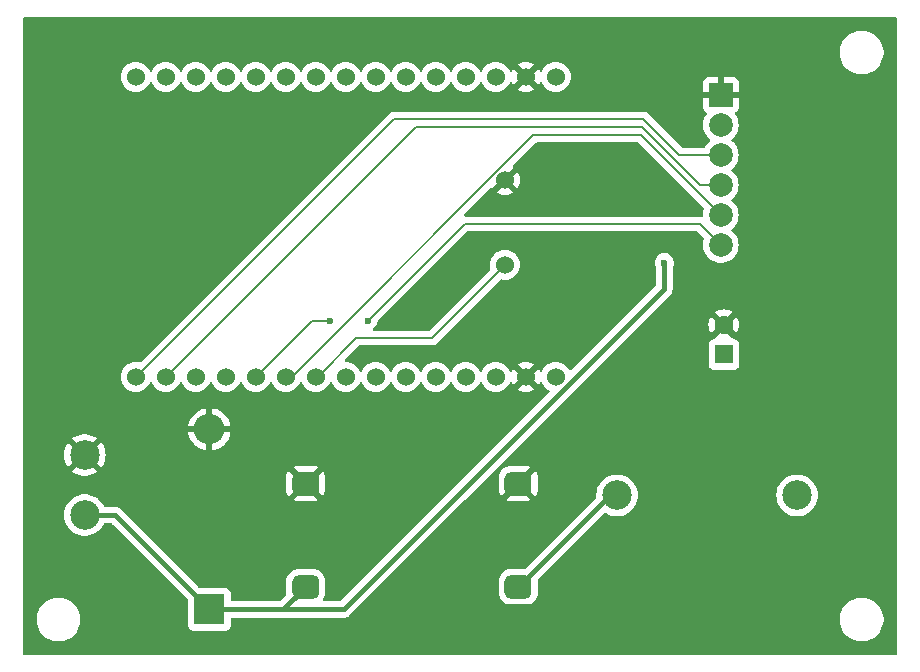
<source format=gtl>
G04 #@! TF.GenerationSoftware,KiCad,Pcbnew,8.0.9*
G04 #@! TF.CreationDate,2025-07-12T12:55:35+02:00*
G04 #@! TF.ProjectId,OBD_Circuit,4f42445f-4369-4726-9375-69742e6b6963,rev?*
G04 #@! TF.SameCoordinates,Original*
G04 #@! TF.FileFunction,Copper,L1,Top*
G04 #@! TF.FilePolarity,Positive*
%FSLAX46Y46*%
G04 Gerber Fmt 4.6, Leading zero omitted, Abs format (unit mm)*
G04 Created by KiCad (PCBNEW 8.0.9) date 2025-07-12 12:55:35*
%MOMM*%
%LPD*%
G01*
G04 APERTURE LIST*
G04 Aperture macros list*
%AMRoundRect*
0 Rectangle with rounded corners*
0 $1 Rounding radius*
0 $2 $3 $4 $5 $6 $7 $8 $9 X,Y pos of 4 corners*
0 Add a 4 corners polygon primitive as box body*
4,1,4,$2,$3,$4,$5,$6,$7,$8,$9,$2,$3,0*
0 Add four circle primitives for the rounded corners*
1,1,$1+$1,$2,$3*
1,1,$1+$1,$4,$5*
1,1,$1+$1,$6,$7*
1,1,$1+$1,$8,$9*
0 Add four rect primitives between the rounded corners*
20,1,$1+$1,$2,$3,$4,$5,0*
20,1,$1+$1,$4,$5,$6,$7,0*
20,1,$1+$1,$6,$7,$8,$9,0*
20,1,$1+$1,$8,$9,$2,$3,0*%
G04 Aperture macros list end*
G04 #@! TA.AperFunction,ComponentPad*
%ADD10C,1.524000*%
G04 #@! TD*
G04 #@! TA.AperFunction,SMDPad,CuDef*
%ADD11RoundRect,0.493000X-0.650000X-0.493000X0.650000X-0.493000X0.650000X0.493000X-0.650000X0.493000X0*%
G04 #@! TD*
G04 #@! TA.AperFunction,ComponentPad*
%ADD12R,2.600000X2.600000*%
G04 #@! TD*
G04 #@! TA.AperFunction,ComponentPad*
%ADD13O,2.600000X2.600000*%
G04 #@! TD*
G04 #@! TA.AperFunction,ComponentPad*
%ADD14C,2.500000*%
G04 #@! TD*
G04 #@! TA.AperFunction,ComponentPad*
%ADD15R,1.600000X1.600000*%
G04 #@! TD*
G04 #@! TA.AperFunction,ComponentPad*
%ADD16C,1.600000*%
G04 #@! TD*
G04 #@! TA.AperFunction,ComponentPad*
%ADD17R,2.000000X2.000000*%
G04 #@! TD*
G04 #@! TA.AperFunction,ComponentPad*
%ADD18C,2.000000*%
G04 #@! TD*
G04 #@! TA.AperFunction,ViaPad*
%ADD19C,0.600000*%
G04 #@! TD*
G04 #@! TA.AperFunction,Conductor*
%ADD20C,0.200000*%
G04 #@! TD*
G04 #@! TA.AperFunction,Conductor*
%ADD21C,0.400000*%
G04 #@! TD*
G04 APERTURE END LIST*
D10*
X161300000Y-91484204D03*
X161300000Y-84300000D03*
D11*
X144433000Y-118749000D03*
X144433000Y-110003000D03*
X162433000Y-118745000D03*
X162433000Y-109999000D03*
D12*
X136271000Y-120650000D03*
D13*
X136271000Y-105410000D03*
D14*
X170789600Y-111000000D03*
X186029600Y-111000000D03*
D15*
X179832000Y-99060000D03*
D16*
X179832000Y-96560000D03*
D10*
X165608000Y-100965000D03*
X163068000Y-100965000D03*
X160528000Y-100965000D03*
X157988000Y-100965000D03*
X155448000Y-100965000D03*
X152908000Y-100965000D03*
X150368000Y-100965000D03*
X147828000Y-100965000D03*
X145288000Y-100965000D03*
X142748000Y-100965000D03*
X140208000Y-100965000D03*
X137668000Y-100965000D03*
X135128000Y-100965000D03*
X132588000Y-100965000D03*
X130048000Y-100965000D03*
X130048000Y-75565000D03*
X132588000Y-75565000D03*
X135128000Y-75565000D03*
X137668000Y-75565000D03*
X140208000Y-75565000D03*
X142748000Y-75565000D03*
X145288000Y-75565000D03*
X147828000Y-75565000D03*
X150368000Y-75565000D03*
X152908000Y-75565000D03*
X155448000Y-75565000D03*
X157988000Y-75565000D03*
X160528000Y-75565000D03*
X163068000Y-75565000D03*
X165608000Y-75565000D03*
D17*
X179578000Y-77089000D03*
D18*
X179578000Y-79629000D03*
X179578000Y-82169000D03*
X179578000Y-84709000D03*
X179578000Y-87249000D03*
X179578000Y-89789000D03*
D14*
X125730000Y-112649000D03*
X125730000Y-107569000D03*
D19*
X174800000Y-91300000D03*
X149700000Y-96200000D03*
X146500000Y-96200000D03*
D20*
X161300000Y-91484204D02*
X155084204Y-97700000D01*
X145435000Y-100965000D02*
X145288000Y-100965000D01*
X155084204Y-97700000D02*
X148700000Y-97700000D01*
X148700000Y-97700000D02*
X145435000Y-100965000D01*
D21*
X125730000Y-112649000D02*
X128270000Y-112649000D01*
X136271000Y-120650000D02*
X147651079Y-120650000D01*
X136271000Y-120650000D02*
X142532000Y-120650000D01*
D20*
X144433000Y-118749000D02*
X144433000Y-118333000D01*
D21*
X174800000Y-93501079D02*
X174800000Y-91300000D01*
X142532000Y-120650000D02*
X144433000Y-118749000D01*
X147651079Y-120650000D02*
X174800000Y-93501079D01*
X128270000Y-112649000D02*
X136271000Y-120650000D01*
X170789600Y-111000000D02*
X170178000Y-111000000D01*
X170178000Y-111000000D02*
X162433000Y-118745000D01*
D20*
X176069000Y-82169000D02*
X173000000Y-79100000D01*
X173000000Y-79100000D02*
X151913000Y-79100000D01*
X179578000Y-82169000D02*
X176069000Y-82169000D01*
X151913000Y-79100000D02*
X130048000Y-100965000D01*
X172900000Y-79800000D02*
X153753000Y-79800000D01*
X153753000Y-79800000D02*
X132588000Y-100965000D01*
X179578000Y-84709000D02*
X177809000Y-84709000D01*
X177809000Y-84709000D02*
X172900000Y-79800000D01*
X163701342Y-80500000D02*
X143236342Y-100965000D01*
X172829000Y-80500000D02*
X163701342Y-80500000D01*
X143236342Y-100965000D02*
X142748000Y-100965000D01*
X179578000Y-87249000D02*
X172829000Y-80500000D01*
X146500000Y-96200000D02*
X144973000Y-96200000D01*
X157900000Y-88000000D02*
X177789000Y-88000000D01*
X149700000Y-96200000D02*
X157900000Y-88000000D01*
X144973000Y-96200000D02*
X140208000Y-100965000D01*
X177789000Y-88000000D02*
X179578000Y-89789000D01*
G04 #@! TA.AperFunction,Conductor*
G36*
X172595942Y-81120185D02*
G01*
X172616584Y-81136819D01*
X178121482Y-86641717D01*
X178154967Y-86703040D01*
X178154007Y-86759838D01*
X178092892Y-87001174D01*
X178092890Y-87001187D01*
X178072357Y-87248994D01*
X178072357Y-87249000D01*
X178073091Y-87257853D01*
X178075197Y-87283279D01*
X178061114Y-87351714D01*
X178012268Y-87401673D01*
X177944166Y-87417292D01*
X177919532Y-87413292D01*
X177868057Y-87399499D01*
X177709943Y-87399499D01*
X177702347Y-87399499D01*
X177702331Y-87399500D01*
X157950439Y-87399500D01*
X157883400Y-87379815D01*
X157837645Y-87327011D01*
X157827701Y-87257853D01*
X157856726Y-87194297D01*
X157862750Y-87187827D01*
X160063100Y-84987476D01*
X160124420Y-84953994D01*
X160194112Y-84958978D01*
X160246254Y-84998012D01*
X160248258Y-84998188D01*
X160919000Y-84327446D01*
X160919000Y-84350160D01*
X160944964Y-84447061D01*
X160995124Y-84533940D01*
X161066060Y-84604876D01*
X161152939Y-84655036D01*
X161249840Y-84681000D01*
X161272553Y-84681000D01*
X160601810Y-85351740D01*
X160666590Y-85397099D01*
X160666592Y-85397100D01*
X160866715Y-85490419D01*
X160866729Y-85490424D01*
X161080013Y-85547573D01*
X161080023Y-85547575D01*
X161299999Y-85566821D01*
X161300001Y-85566821D01*
X161519976Y-85547575D01*
X161519986Y-85547573D01*
X161733270Y-85490424D01*
X161733284Y-85490419D01*
X161933407Y-85397100D01*
X161933417Y-85397094D01*
X161998188Y-85351741D01*
X161327448Y-84681000D01*
X161350160Y-84681000D01*
X161447061Y-84655036D01*
X161533940Y-84604876D01*
X161604876Y-84533940D01*
X161655036Y-84447061D01*
X161681000Y-84350160D01*
X161681000Y-84327447D01*
X162351741Y-84998188D01*
X162397094Y-84933417D01*
X162397100Y-84933407D01*
X162490419Y-84733284D01*
X162490424Y-84733270D01*
X162547573Y-84519986D01*
X162547575Y-84519976D01*
X162566821Y-84300000D01*
X162566821Y-84299999D01*
X162547575Y-84080023D01*
X162547573Y-84080013D01*
X162490424Y-83866729D01*
X162490420Y-83866720D01*
X162397096Y-83666586D01*
X162351741Y-83601811D01*
X162351740Y-83601810D01*
X161681000Y-84272551D01*
X161681000Y-84249840D01*
X161655036Y-84152939D01*
X161604876Y-84066060D01*
X161533940Y-83995124D01*
X161447061Y-83944964D01*
X161350160Y-83919000D01*
X161327446Y-83919000D01*
X161998188Y-83248258D01*
X161997871Y-83244640D01*
X161960411Y-83197776D01*
X161953219Y-83128277D01*
X161984741Y-83065923D01*
X161987421Y-83063156D01*
X163913759Y-81136819D01*
X163975082Y-81103334D01*
X164001440Y-81100500D01*
X172528903Y-81100500D01*
X172595942Y-81120185D01*
G37*
G04 #@! TD.AperFunction*
G04 #@! TA.AperFunction,Conductor*
G36*
X194442539Y-70520185D02*
G01*
X194488294Y-70572989D01*
X194499500Y-70624500D01*
X194499500Y-124375500D01*
X194479815Y-124442539D01*
X194427011Y-124488294D01*
X194375500Y-124499500D01*
X120624500Y-124499500D01*
X120557461Y-124479815D01*
X120511706Y-124427011D01*
X120500500Y-124375500D01*
X120500500Y-121378711D01*
X121649500Y-121378711D01*
X121649500Y-121621288D01*
X121681161Y-121861785D01*
X121743947Y-122096104D01*
X121831530Y-122307547D01*
X121836776Y-122320212D01*
X121958064Y-122530289D01*
X121958066Y-122530292D01*
X121958067Y-122530293D01*
X122105733Y-122722736D01*
X122105739Y-122722743D01*
X122277256Y-122894260D01*
X122277262Y-122894265D01*
X122469711Y-123041936D01*
X122679788Y-123163224D01*
X122903900Y-123256054D01*
X123138211Y-123318838D01*
X123318586Y-123342584D01*
X123378711Y-123350500D01*
X123378712Y-123350500D01*
X123621289Y-123350500D01*
X123669388Y-123344167D01*
X123861789Y-123318838D01*
X124096100Y-123256054D01*
X124320212Y-123163224D01*
X124530289Y-123041936D01*
X124722738Y-122894265D01*
X124894265Y-122722738D01*
X125041936Y-122530289D01*
X125163224Y-122320212D01*
X125256054Y-122096100D01*
X125318838Y-121861789D01*
X125350500Y-121621288D01*
X125350500Y-121378712D01*
X125318838Y-121138211D01*
X125256054Y-120903900D01*
X125163224Y-120679788D01*
X125041936Y-120469711D01*
X124894265Y-120277262D01*
X124894260Y-120277256D01*
X124722743Y-120105739D01*
X124722736Y-120105733D01*
X124530293Y-119958067D01*
X124530292Y-119958066D01*
X124530289Y-119958064D01*
X124320212Y-119836776D01*
X124320205Y-119836773D01*
X124096104Y-119743947D01*
X123861785Y-119681161D01*
X123621289Y-119649500D01*
X123621288Y-119649500D01*
X123378712Y-119649500D01*
X123378711Y-119649500D01*
X123138214Y-119681161D01*
X122903895Y-119743947D01*
X122679794Y-119836773D01*
X122679785Y-119836777D01*
X122469706Y-119958067D01*
X122277263Y-120105733D01*
X122277256Y-120105739D01*
X122105739Y-120277256D01*
X122105733Y-120277263D01*
X121958067Y-120469706D01*
X121836777Y-120679785D01*
X121836773Y-120679794D01*
X121743947Y-120903895D01*
X121681161Y-121138214D01*
X121649500Y-121378711D01*
X120500500Y-121378711D01*
X120500500Y-112648995D01*
X123974592Y-112648995D01*
X123974592Y-112649004D01*
X123994196Y-112910620D01*
X123994197Y-112910625D01*
X124052576Y-113166402D01*
X124052578Y-113166411D01*
X124052580Y-113166416D01*
X124148432Y-113410643D01*
X124279614Y-113637857D01*
X124411736Y-113803533D01*
X124443198Y-113842985D01*
X124624753Y-114011441D01*
X124635521Y-114021433D01*
X124852296Y-114169228D01*
X124852301Y-114169230D01*
X124852302Y-114169231D01*
X124852303Y-114169232D01*
X124977843Y-114229688D01*
X125088673Y-114283061D01*
X125088674Y-114283061D01*
X125088677Y-114283063D01*
X125339385Y-114360396D01*
X125598818Y-114399500D01*
X125861182Y-114399500D01*
X126120615Y-114360396D01*
X126371323Y-114283063D01*
X126607704Y-114169228D01*
X126824479Y-114021433D01*
X127016805Y-113842981D01*
X127180386Y-113637857D01*
X127311073Y-113411499D01*
X127361640Y-113363284D01*
X127418460Y-113349500D01*
X127928481Y-113349500D01*
X127995520Y-113369185D01*
X128016162Y-113385819D01*
X134434181Y-119803838D01*
X134467666Y-119865161D01*
X134470500Y-119891519D01*
X134470500Y-121997870D01*
X134470501Y-121997876D01*
X134476908Y-122057483D01*
X134527202Y-122192328D01*
X134527206Y-122192335D01*
X134613452Y-122307544D01*
X134613455Y-122307547D01*
X134728664Y-122393793D01*
X134728671Y-122393797D01*
X134863517Y-122444091D01*
X134863516Y-122444091D01*
X134870444Y-122444835D01*
X134923127Y-122450500D01*
X137618872Y-122450499D01*
X137678483Y-122444091D01*
X137813331Y-122393796D01*
X137928546Y-122307546D01*
X138014796Y-122192331D01*
X138065091Y-122057483D01*
X138071500Y-121997873D01*
X138071500Y-121474500D01*
X138091185Y-121407461D01*
X138124364Y-121378711D01*
X189649500Y-121378711D01*
X189649500Y-121621288D01*
X189681161Y-121861785D01*
X189743947Y-122096104D01*
X189831530Y-122307547D01*
X189836776Y-122320212D01*
X189958064Y-122530289D01*
X189958066Y-122530292D01*
X189958067Y-122530293D01*
X190105733Y-122722736D01*
X190105739Y-122722743D01*
X190277256Y-122894260D01*
X190277262Y-122894265D01*
X190469711Y-123041936D01*
X190679788Y-123163224D01*
X190903900Y-123256054D01*
X191138211Y-123318838D01*
X191318586Y-123342584D01*
X191378711Y-123350500D01*
X191378712Y-123350500D01*
X191621289Y-123350500D01*
X191669388Y-123344167D01*
X191861789Y-123318838D01*
X192096100Y-123256054D01*
X192320212Y-123163224D01*
X192530289Y-123041936D01*
X192722738Y-122894265D01*
X192894265Y-122722738D01*
X193041936Y-122530289D01*
X193163224Y-122320212D01*
X193256054Y-122096100D01*
X193318838Y-121861789D01*
X193350500Y-121621288D01*
X193350500Y-121378712D01*
X193318838Y-121138211D01*
X193256054Y-120903900D01*
X193163224Y-120679788D01*
X193041936Y-120469711D01*
X192894265Y-120277262D01*
X192894260Y-120277256D01*
X192722743Y-120105739D01*
X192722736Y-120105733D01*
X192530293Y-119958067D01*
X192530292Y-119958066D01*
X192530289Y-119958064D01*
X192320212Y-119836776D01*
X192320205Y-119836773D01*
X192096104Y-119743947D01*
X191861785Y-119681161D01*
X191621289Y-119649500D01*
X191621288Y-119649500D01*
X191378712Y-119649500D01*
X191378711Y-119649500D01*
X191138214Y-119681161D01*
X190903895Y-119743947D01*
X190679794Y-119836773D01*
X190679785Y-119836777D01*
X190469706Y-119958067D01*
X190277263Y-120105733D01*
X190277256Y-120105739D01*
X190105739Y-120277256D01*
X190105733Y-120277263D01*
X189958067Y-120469706D01*
X189836777Y-120679785D01*
X189836773Y-120679794D01*
X189743947Y-120903895D01*
X189681161Y-121138214D01*
X189649500Y-121378711D01*
X138124364Y-121378711D01*
X138143989Y-121361706D01*
X138195500Y-121350500D01*
X147720075Y-121350500D01*
X147811119Y-121332389D01*
X147855407Y-121323580D01*
X147919148Y-121297177D01*
X147982886Y-121270777D01*
X147982887Y-121270776D01*
X147982890Y-121270775D01*
X148097622Y-121194114D01*
X151097370Y-118194366D01*
X160789500Y-118194366D01*
X160789500Y-119295626D01*
X160789501Y-119295634D01*
X160800038Y-119414172D01*
X160800038Y-119414174D01*
X160800039Y-119414177D01*
X160855625Y-119608439D01*
X160893612Y-119681161D01*
X160949177Y-119787536D01*
X161076865Y-119944134D01*
X161093953Y-119958067D01*
X161233464Y-120071823D01*
X161412561Y-120165375D01*
X161606823Y-120220961D01*
X161725365Y-120231500D01*
X163140634Y-120231499D01*
X163259177Y-120220961D01*
X163453439Y-120165375D01*
X163632536Y-120071823D01*
X163789134Y-119944134D01*
X163916823Y-119787536D01*
X164010375Y-119608439D01*
X164065961Y-119414177D01*
X164076500Y-119295635D01*
X164076499Y-118194366D01*
X164073283Y-118158199D01*
X164086953Y-118089684D01*
X164109112Y-118059543D01*
X169682592Y-112486063D01*
X169743913Y-112452580D01*
X169813605Y-112457564D01*
X169840115Y-112471288D01*
X169911896Y-112520228D01*
X169911900Y-112520230D01*
X169911903Y-112520232D01*
X170037443Y-112580688D01*
X170148273Y-112634061D01*
X170148274Y-112634061D01*
X170148277Y-112634063D01*
X170398985Y-112711396D01*
X170658418Y-112750500D01*
X170920782Y-112750500D01*
X171180215Y-112711396D01*
X171430923Y-112634063D01*
X171667304Y-112520228D01*
X171884079Y-112372433D01*
X172076405Y-112193981D01*
X172239986Y-111988857D01*
X172371168Y-111761643D01*
X172467020Y-111517416D01*
X172525402Y-111261630D01*
X172533462Y-111154072D01*
X172545008Y-111000004D01*
X172545008Y-110999995D01*
X184274192Y-110999995D01*
X184274192Y-111000004D01*
X184293796Y-111261620D01*
X184293797Y-111261625D01*
X184352176Y-111517402D01*
X184352178Y-111517411D01*
X184352180Y-111517416D01*
X184448032Y-111761643D01*
X184579214Y-111988857D01*
X184711336Y-112154533D01*
X184742798Y-112193985D01*
X184924353Y-112362441D01*
X184935121Y-112372433D01*
X185151896Y-112520228D01*
X185151901Y-112520230D01*
X185151902Y-112520231D01*
X185151903Y-112520232D01*
X185277443Y-112580688D01*
X185388273Y-112634061D01*
X185388274Y-112634061D01*
X185388277Y-112634063D01*
X185638985Y-112711396D01*
X185898418Y-112750500D01*
X186160782Y-112750500D01*
X186420215Y-112711396D01*
X186670923Y-112634063D01*
X186907304Y-112520228D01*
X187124079Y-112372433D01*
X187316405Y-112193981D01*
X187479986Y-111988857D01*
X187611168Y-111761643D01*
X187707020Y-111517416D01*
X187765402Y-111261630D01*
X187773462Y-111154072D01*
X187785008Y-111000004D01*
X187785008Y-110999995D01*
X187765403Y-110738379D01*
X187765402Y-110738374D01*
X187765402Y-110738370D01*
X187707020Y-110482584D01*
X187611168Y-110238357D01*
X187479986Y-110011143D01*
X187316405Y-109806019D01*
X187316404Y-109806018D01*
X187316401Y-109806014D01*
X187124079Y-109627567D01*
X186907304Y-109479772D01*
X186907300Y-109479770D01*
X186907297Y-109479768D01*
X186907296Y-109479767D01*
X186670925Y-109365938D01*
X186670927Y-109365938D01*
X186420223Y-109288606D01*
X186420219Y-109288605D01*
X186420215Y-109288604D01*
X186295423Y-109269794D01*
X186160787Y-109249500D01*
X186160782Y-109249500D01*
X185898418Y-109249500D01*
X185898412Y-109249500D01*
X185736847Y-109273853D01*
X185638985Y-109288604D01*
X185638982Y-109288605D01*
X185638976Y-109288606D01*
X185388273Y-109365938D01*
X185151903Y-109479767D01*
X185151902Y-109479768D01*
X184935120Y-109627567D01*
X184742798Y-109806014D01*
X184579214Y-110011143D01*
X184448032Y-110238356D01*
X184352182Y-110482578D01*
X184352176Y-110482597D01*
X184293797Y-110738374D01*
X184293796Y-110738379D01*
X184274192Y-110999995D01*
X172545008Y-110999995D01*
X172525403Y-110738379D01*
X172525402Y-110738374D01*
X172525402Y-110738370D01*
X172467020Y-110482584D01*
X172371168Y-110238357D01*
X172239986Y-110011143D01*
X172076405Y-109806019D01*
X172076404Y-109806018D01*
X172076401Y-109806014D01*
X171884079Y-109627567D01*
X171667304Y-109479772D01*
X171667300Y-109479770D01*
X171667297Y-109479768D01*
X171667296Y-109479767D01*
X171430925Y-109365938D01*
X171430927Y-109365938D01*
X171180223Y-109288606D01*
X171180219Y-109288605D01*
X171180215Y-109288604D01*
X171055423Y-109269794D01*
X170920787Y-109249500D01*
X170920782Y-109249500D01*
X170658418Y-109249500D01*
X170658412Y-109249500D01*
X170496847Y-109273853D01*
X170398985Y-109288604D01*
X170398982Y-109288605D01*
X170398976Y-109288606D01*
X170148273Y-109365938D01*
X169911903Y-109479767D01*
X169911902Y-109479768D01*
X169695120Y-109627567D01*
X169502798Y-109806014D01*
X169339214Y-110011143D01*
X169208032Y-110238356D01*
X169112182Y-110482578D01*
X169112176Y-110482597D01*
X169053797Y-110738374D01*
X169053796Y-110738379D01*
X169034192Y-110999995D01*
X169034192Y-111000003D01*
X169040617Y-111085749D01*
X169025997Y-111154072D01*
X169004645Y-111182696D01*
X162965160Y-117222181D01*
X162903837Y-117255666D01*
X162877479Y-117258500D01*
X161725373Y-117258500D01*
X161725365Y-117258501D01*
X161606827Y-117269038D01*
X161606823Y-117269038D01*
X161606823Y-117269039D01*
X161592844Y-117273039D01*
X161412563Y-117324624D01*
X161233463Y-117418177D01*
X161076865Y-117545865D01*
X160949177Y-117702463D01*
X160855624Y-117881563D01*
X160800038Y-118075826D01*
X160789500Y-118194366D01*
X151097370Y-118194366D01*
X157888648Y-111403088D01*
X161382463Y-111403088D01*
X161412750Y-111418909D01*
X161606913Y-111474464D01*
X161606916Y-111474465D01*
X161725405Y-111484999D01*
X161725408Y-111485000D01*
X163140592Y-111485000D01*
X163140594Y-111484999D01*
X163259083Y-111474465D01*
X163453258Y-111418905D01*
X163483536Y-111403088D01*
X163483536Y-111403087D01*
X162433000Y-110352552D01*
X161382463Y-111403088D01*
X157888648Y-111403088D01*
X159843331Y-109448405D01*
X160790000Y-109448405D01*
X160790000Y-110549594D01*
X160800534Y-110668083D01*
X160800535Y-110668086D01*
X160856091Y-110862251D01*
X160949596Y-111041257D01*
X160988938Y-111089507D01*
X160988939Y-111089508D01*
X162079449Y-109998999D01*
X162786551Y-109998999D01*
X163877059Y-111089507D01*
X163916404Y-111041257D01*
X164009908Y-110862251D01*
X164065464Y-110668086D01*
X164065465Y-110668083D01*
X164075999Y-110549594D01*
X164076000Y-110549592D01*
X164076000Y-109448408D01*
X164075999Y-109448405D01*
X164065465Y-109329916D01*
X164065464Y-109329913D01*
X164009908Y-109135748D01*
X163916402Y-108956738D01*
X163877060Y-108908491D01*
X163877059Y-108908491D01*
X162786551Y-109998999D01*
X162079449Y-109998999D01*
X162256224Y-109822224D01*
X163483536Y-108594910D01*
X163483535Y-108594909D01*
X163453259Y-108579094D01*
X163453250Y-108579091D01*
X163259086Y-108523535D01*
X163259083Y-108523534D01*
X163140594Y-108513000D01*
X161725405Y-108513000D01*
X161606916Y-108523534D01*
X161606913Y-108523535D01*
X161412748Y-108579091D01*
X161233742Y-108672596D01*
X161077221Y-108800221D01*
X160949596Y-108956742D01*
X160856091Y-109135748D01*
X160800535Y-109329913D01*
X160800534Y-109329916D01*
X160790000Y-109448405D01*
X159843331Y-109448405D01*
X172731739Y-96559997D01*
X178527034Y-96559997D01*
X178527034Y-96560002D01*
X178546858Y-96786599D01*
X178546860Y-96786610D01*
X178605730Y-97006317D01*
X178605735Y-97006331D01*
X178701863Y-97212478D01*
X178752974Y-97285472D01*
X179432000Y-96606446D01*
X179432000Y-96612661D01*
X179459259Y-96714394D01*
X179511920Y-96805606D01*
X179586394Y-96880080D01*
X179677606Y-96932741D01*
X179779339Y-96960000D01*
X179785553Y-96960000D01*
X179101352Y-97644199D01*
X179091506Y-97693194D01*
X179042890Y-97743377D01*
X178987367Y-97758049D01*
X178987423Y-97759099D01*
X178987429Y-97759146D01*
X178987426Y-97759146D01*
X178987436Y-97759324D01*
X178984123Y-97759501D01*
X178924516Y-97765908D01*
X178789671Y-97816202D01*
X178789664Y-97816206D01*
X178674455Y-97902452D01*
X178674452Y-97902455D01*
X178588206Y-98017664D01*
X178588202Y-98017671D01*
X178537908Y-98152517D01*
X178534898Y-98180519D01*
X178531501Y-98212123D01*
X178531500Y-98212135D01*
X178531500Y-99907870D01*
X178531501Y-99907876D01*
X178537908Y-99967483D01*
X178588202Y-100102328D01*
X178588206Y-100102335D01*
X178674452Y-100217544D01*
X178674455Y-100217547D01*
X178789664Y-100303793D01*
X178789671Y-100303797D01*
X178924517Y-100354091D01*
X178924516Y-100354091D01*
X178931444Y-100354835D01*
X178984127Y-100360500D01*
X180679872Y-100360499D01*
X180739483Y-100354091D01*
X180874331Y-100303796D01*
X180989546Y-100217546D01*
X181075796Y-100102331D01*
X181126091Y-99967483D01*
X181132500Y-99907873D01*
X181132499Y-98212128D01*
X181126091Y-98152517D01*
X181094835Y-98068716D01*
X181075797Y-98017671D01*
X181075793Y-98017664D01*
X180989547Y-97902455D01*
X180989544Y-97902452D01*
X180874335Y-97816206D01*
X180874328Y-97816202D01*
X180739482Y-97765908D01*
X180739483Y-97765908D01*
X180679883Y-97759501D01*
X180679881Y-97759500D01*
X180679873Y-97759500D01*
X180679864Y-97759500D01*
X180676548Y-97759322D01*
X180676627Y-97757847D01*
X180615215Y-97739815D01*
X180569460Y-97687011D01*
X180561969Y-97643522D01*
X179878447Y-96960000D01*
X179884661Y-96960000D01*
X179986394Y-96932741D01*
X180077606Y-96880080D01*
X180152080Y-96805606D01*
X180204741Y-96714394D01*
X180232000Y-96612661D01*
X180232000Y-96606447D01*
X180911024Y-97285471D01*
X180962136Y-97212478D01*
X181058264Y-97006331D01*
X181058269Y-97006317D01*
X181117139Y-96786610D01*
X181117141Y-96786599D01*
X181136966Y-96560002D01*
X181136966Y-96559997D01*
X181117141Y-96333400D01*
X181117139Y-96333389D01*
X181058269Y-96113682D01*
X181058264Y-96113668D01*
X180962136Y-95907521D01*
X180962132Y-95907513D01*
X180911025Y-95834526D01*
X180232000Y-96513551D01*
X180232000Y-96507339D01*
X180204741Y-96405606D01*
X180152080Y-96314394D01*
X180077606Y-96239920D01*
X179986394Y-96187259D01*
X179884661Y-96160000D01*
X179878445Y-96160000D01*
X180557472Y-95480974D01*
X180484478Y-95429863D01*
X180278331Y-95333735D01*
X180278317Y-95333730D01*
X180058610Y-95274860D01*
X180058599Y-95274858D01*
X179832002Y-95255034D01*
X179831998Y-95255034D01*
X179605400Y-95274858D01*
X179605389Y-95274860D01*
X179385682Y-95333730D01*
X179385673Y-95333734D01*
X179179516Y-95429866D01*
X179179512Y-95429868D01*
X179106526Y-95480973D01*
X179106526Y-95480974D01*
X179785553Y-96160000D01*
X179779339Y-96160000D01*
X179677606Y-96187259D01*
X179586394Y-96239920D01*
X179511920Y-96314394D01*
X179459259Y-96405606D01*
X179432000Y-96507339D01*
X179432000Y-96513552D01*
X178752974Y-95834526D01*
X178752973Y-95834526D01*
X178701868Y-95907512D01*
X178701866Y-95907516D01*
X178605734Y-96113673D01*
X178605730Y-96113682D01*
X178546860Y-96333389D01*
X178546858Y-96333400D01*
X178527034Y-96559997D01*
X172731739Y-96559997D01*
X175344114Y-93947622D01*
X175420775Y-93832890D01*
X175473580Y-93705408D01*
X175473580Y-93705404D01*
X175473582Y-93705401D01*
X175478934Y-93678490D01*
X175478934Y-93678488D01*
X175500500Y-93570072D01*
X175500500Y-91725493D01*
X175519508Y-91659519D01*
X175525787Y-91649525D01*
X175525786Y-91649525D01*
X175525789Y-91649522D01*
X175585368Y-91479255D01*
X175605565Y-91300000D01*
X175601524Y-91264136D01*
X175585369Y-91120750D01*
X175585368Y-91120745D01*
X175560876Y-91050752D01*
X175525789Y-90950478D01*
X175429816Y-90797738D01*
X175302262Y-90670184D01*
X175301302Y-90669581D01*
X175149523Y-90574211D01*
X174979254Y-90514631D01*
X174979249Y-90514630D01*
X174800004Y-90494435D01*
X174799996Y-90494435D01*
X174620750Y-90514630D01*
X174620745Y-90514631D01*
X174450476Y-90574211D01*
X174297737Y-90670184D01*
X174170184Y-90797737D01*
X174074211Y-90950476D01*
X174014631Y-91120745D01*
X174014630Y-91120750D01*
X173994435Y-91299996D01*
X173994435Y-91300003D01*
X174014630Y-91479249D01*
X174014631Y-91479254D01*
X174074212Y-91649525D01*
X174080492Y-91659519D01*
X174099500Y-91725493D01*
X174099500Y-93159559D01*
X174079815Y-93226598D01*
X174063181Y-93247240D01*
X166917747Y-100392673D01*
X166856424Y-100426158D01*
X166786732Y-100421174D01*
X166730799Y-100379302D01*
X166717685Y-100357398D01*
X166705534Y-100331339D01*
X166578826Y-100150380D01*
X166422620Y-99994174D01*
X166422616Y-99994171D01*
X166422615Y-99994170D01*
X166241666Y-99867468D01*
X166241662Y-99867466D01*
X166180228Y-99838819D01*
X166041450Y-99774106D01*
X166041447Y-99774105D01*
X166041445Y-99774104D01*
X165828070Y-99716930D01*
X165828062Y-99716929D01*
X165608002Y-99697677D01*
X165607998Y-99697677D01*
X165387937Y-99716929D01*
X165387929Y-99716930D01*
X165174554Y-99774104D01*
X165174548Y-99774107D01*
X164974340Y-99867465D01*
X164974338Y-99867466D01*
X164793377Y-99994175D01*
X164637175Y-100150377D01*
X164510467Y-100331337D01*
X164450105Y-100460782D01*
X164403932Y-100513221D01*
X164336738Y-100532372D01*
X164269857Y-100512156D01*
X164225341Y-100460780D01*
X164165098Y-100331589D01*
X164165097Y-100331587D01*
X164119741Y-100266811D01*
X164119740Y-100266810D01*
X163468000Y-100918551D01*
X163468000Y-100912339D01*
X163440741Y-100810606D01*
X163388080Y-100719394D01*
X163313606Y-100644920D01*
X163222394Y-100592259D01*
X163120661Y-100565000D01*
X163114447Y-100565000D01*
X163766188Y-99913258D01*
X163701411Y-99867901D01*
X163701405Y-99867898D01*
X163501284Y-99774580D01*
X163501270Y-99774575D01*
X163287986Y-99717426D01*
X163287976Y-99717424D01*
X163068001Y-99698179D01*
X163067999Y-99698179D01*
X162848023Y-99717424D01*
X162848013Y-99717426D01*
X162634729Y-99774575D01*
X162634720Y-99774579D01*
X162434590Y-99867901D01*
X162369811Y-99913258D01*
X163021554Y-100565000D01*
X163015339Y-100565000D01*
X162913606Y-100592259D01*
X162822394Y-100644920D01*
X162747920Y-100719394D01*
X162695259Y-100810606D01*
X162668000Y-100912339D01*
X162668000Y-100918553D01*
X162016258Y-100266811D01*
X161970901Y-100331590D01*
X161910658Y-100460781D01*
X161864485Y-100513220D01*
X161797292Y-100532372D01*
X161730411Y-100512156D01*
X161685894Y-100460781D01*
X161660859Y-100407094D01*
X161625534Y-100331339D01*
X161498826Y-100150380D01*
X161342620Y-99994174D01*
X161342616Y-99994171D01*
X161342615Y-99994170D01*
X161161666Y-99867468D01*
X161161662Y-99867466D01*
X161100228Y-99838819D01*
X160961450Y-99774106D01*
X160961447Y-99774105D01*
X160961445Y-99774104D01*
X160748070Y-99716930D01*
X160748062Y-99716929D01*
X160528002Y-99697677D01*
X160527998Y-99697677D01*
X160307937Y-99716929D01*
X160307929Y-99716930D01*
X160094554Y-99774104D01*
X160094548Y-99774107D01*
X159894340Y-99867465D01*
X159894338Y-99867466D01*
X159713377Y-99994175D01*
X159557175Y-100150377D01*
X159430466Y-100331338D01*
X159430465Y-100331340D01*
X159370382Y-100460189D01*
X159324209Y-100512628D01*
X159257016Y-100531780D01*
X159190135Y-100511564D01*
X159145618Y-100460189D01*
X159120859Y-100407094D01*
X159085534Y-100331339D01*
X158958826Y-100150380D01*
X158802620Y-99994174D01*
X158802616Y-99994171D01*
X158802615Y-99994170D01*
X158621666Y-99867468D01*
X158621662Y-99867466D01*
X158560228Y-99838819D01*
X158421450Y-99774106D01*
X158421447Y-99774105D01*
X158421445Y-99774104D01*
X158208070Y-99716930D01*
X158208062Y-99716929D01*
X157988002Y-99697677D01*
X157987998Y-99697677D01*
X157767937Y-99716929D01*
X157767929Y-99716930D01*
X157554554Y-99774104D01*
X157554548Y-99774107D01*
X157354340Y-99867465D01*
X157354338Y-99867466D01*
X157173377Y-99994175D01*
X157017175Y-100150377D01*
X156890466Y-100331338D01*
X156890465Y-100331340D01*
X156830382Y-100460189D01*
X156784209Y-100512628D01*
X156717016Y-100531780D01*
X156650135Y-100511564D01*
X156605618Y-100460189D01*
X156580859Y-100407094D01*
X156545534Y-100331339D01*
X156418826Y-100150380D01*
X156262620Y-99994174D01*
X156262616Y-99994171D01*
X156262615Y-99994170D01*
X156081666Y-99867468D01*
X156081662Y-99867466D01*
X156020228Y-99838819D01*
X155881450Y-99774106D01*
X155881447Y-99774105D01*
X155881445Y-99774104D01*
X155668070Y-99716930D01*
X155668062Y-99716929D01*
X155448002Y-99697677D01*
X155447998Y-99697677D01*
X155227937Y-99716929D01*
X155227929Y-99716930D01*
X155014554Y-99774104D01*
X155014548Y-99774107D01*
X154814340Y-99867465D01*
X154814338Y-99867466D01*
X154633377Y-99994175D01*
X154477175Y-100150377D01*
X154350466Y-100331338D01*
X154350465Y-100331340D01*
X154290382Y-100460189D01*
X154244209Y-100512628D01*
X154177016Y-100531780D01*
X154110135Y-100511564D01*
X154065618Y-100460189D01*
X154040859Y-100407094D01*
X154005534Y-100331339D01*
X153878826Y-100150380D01*
X153722620Y-99994174D01*
X153722616Y-99994171D01*
X153722615Y-99994170D01*
X153541666Y-99867468D01*
X153541662Y-99867466D01*
X153480228Y-99838819D01*
X153341450Y-99774106D01*
X153341447Y-99774105D01*
X153341445Y-99774104D01*
X153128070Y-99716930D01*
X153128062Y-99716929D01*
X152908002Y-99697677D01*
X152907998Y-99697677D01*
X152687937Y-99716929D01*
X152687929Y-99716930D01*
X152474554Y-99774104D01*
X152474548Y-99774107D01*
X152274340Y-99867465D01*
X152274338Y-99867466D01*
X152093377Y-99994175D01*
X151937175Y-100150377D01*
X151810466Y-100331338D01*
X151810465Y-100331340D01*
X151750382Y-100460189D01*
X151704209Y-100512628D01*
X151637016Y-100531780D01*
X151570135Y-100511564D01*
X151525618Y-100460189D01*
X151500859Y-100407094D01*
X151465534Y-100331339D01*
X151338826Y-100150380D01*
X151182620Y-99994174D01*
X151182616Y-99994171D01*
X151182615Y-99994170D01*
X151001666Y-99867468D01*
X151001662Y-99867466D01*
X150940228Y-99838819D01*
X150801450Y-99774106D01*
X150801447Y-99774105D01*
X150801445Y-99774104D01*
X150588070Y-99716930D01*
X150588062Y-99716929D01*
X150368002Y-99697677D01*
X150367998Y-99697677D01*
X150147937Y-99716929D01*
X150147929Y-99716930D01*
X149934554Y-99774104D01*
X149934548Y-99774107D01*
X149734340Y-99867465D01*
X149734338Y-99867466D01*
X149553377Y-99994175D01*
X149397175Y-100150377D01*
X149270466Y-100331338D01*
X149270465Y-100331340D01*
X149210382Y-100460189D01*
X149164209Y-100512628D01*
X149097016Y-100531780D01*
X149030135Y-100511564D01*
X148985618Y-100460189D01*
X148960859Y-100407094D01*
X148925534Y-100331339D01*
X148798826Y-100150380D01*
X148642620Y-99994174D01*
X148642616Y-99994171D01*
X148642615Y-99994170D01*
X148461666Y-99867468D01*
X148461662Y-99867466D01*
X148400228Y-99838819D01*
X148261450Y-99774106D01*
X148261447Y-99774105D01*
X148261445Y-99774104D01*
X148048070Y-99716930D01*
X148048062Y-99716929D01*
X147838703Y-99698613D01*
X147773634Y-99673161D01*
X147732655Y-99616570D01*
X147728777Y-99546808D01*
X147761827Y-99487406D01*
X148912416Y-98336819D01*
X148973739Y-98303334D01*
X149000097Y-98300500D01*
X154997535Y-98300500D01*
X154997551Y-98300501D01*
X155005147Y-98300501D01*
X155163258Y-98300501D01*
X155163261Y-98300501D01*
X155315989Y-98259577D01*
X155366108Y-98230639D01*
X155452920Y-98180520D01*
X155564724Y-98068716D01*
X155564724Y-98068714D01*
X155574932Y-98058507D01*
X155574934Y-98058504D01*
X160888321Y-92745116D01*
X160949642Y-92711633D01*
X161008095Y-92713025D01*
X161079924Y-92732272D01*
X161079925Y-92732272D01*
X161079932Y-92732274D01*
X161267226Y-92748659D01*
X161299998Y-92751527D01*
X161300000Y-92751527D01*
X161300002Y-92751527D01*
X161355017Y-92746713D01*
X161520068Y-92732274D01*
X161733450Y-92675098D01*
X161933662Y-92581738D01*
X162114620Y-92455030D01*
X162270826Y-92298824D01*
X162397534Y-92117866D01*
X162490894Y-91917654D01*
X162548070Y-91704272D01*
X162567323Y-91484204D01*
X162548070Y-91264136D01*
X162490894Y-91050754D01*
X162397534Y-90850543D01*
X162270826Y-90669584D01*
X162114620Y-90513378D01*
X162114616Y-90513375D01*
X162114615Y-90513374D01*
X161933666Y-90386672D01*
X161933662Y-90386670D01*
X161933660Y-90386669D01*
X161733450Y-90293310D01*
X161733447Y-90293309D01*
X161733445Y-90293308D01*
X161520070Y-90236134D01*
X161520062Y-90236133D01*
X161300002Y-90216881D01*
X161299998Y-90216881D01*
X161079937Y-90236133D01*
X161079929Y-90236134D01*
X160866554Y-90293308D01*
X160866548Y-90293311D01*
X160666340Y-90386669D01*
X160666338Y-90386670D01*
X160485377Y-90513379D01*
X160329175Y-90669581D01*
X160202466Y-90850542D01*
X160202465Y-90850544D01*
X160109107Y-91050752D01*
X160109104Y-91050758D01*
X160051930Y-91264133D01*
X160051929Y-91264141D01*
X160032677Y-91484201D01*
X160032677Y-91484206D01*
X160051929Y-91704266D01*
X160051932Y-91704280D01*
X160071178Y-91776110D01*
X160069515Y-91845959D01*
X160039084Y-91895883D01*
X154871788Y-97063181D01*
X154810465Y-97096666D01*
X154784107Y-97099500D01*
X150203476Y-97099500D01*
X150136437Y-97079815D01*
X150090682Y-97027011D01*
X150080738Y-96957853D01*
X150109763Y-96894297D01*
X150137504Y-96870506D01*
X150202262Y-96829816D01*
X150329816Y-96702262D01*
X150425789Y-96549522D01*
X150485368Y-96379255D01*
X150495161Y-96292329D01*
X150522226Y-96227918D01*
X150530690Y-96218543D01*
X158112416Y-88636819D01*
X158173739Y-88603334D01*
X158200097Y-88600500D01*
X177488903Y-88600500D01*
X177555942Y-88620185D01*
X177576584Y-88636819D01*
X178121482Y-89181717D01*
X178154967Y-89243040D01*
X178154007Y-89299838D01*
X178092892Y-89541174D01*
X178092890Y-89541187D01*
X178072357Y-89788994D01*
X178072357Y-89789005D01*
X178092890Y-90036812D01*
X178092892Y-90036824D01*
X178153936Y-90277881D01*
X178253826Y-90505606D01*
X178389833Y-90713782D01*
X178389836Y-90713785D01*
X178558256Y-90896738D01*
X178754491Y-91049474D01*
X178973190Y-91167828D01*
X179208386Y-91248571D01*
X179453665Y-91289500D01*
X179702335Y-91289500D01*
X179947614Y-91248571D01*
X180182810Y-91167828D01*
X180401509Y-91049474D01*
X180597744Y-90896738D01*
X180766164Y-90713785D01*
X180902173Y-90505607D01*
X181002063Y-90277881D01*
X181063108Y-90036821D01*
X181083643Y-89789000D01*
X181063108Y-89541179D01*
X181002063Y-89300119D01*
X180902173Y-89072393D01*
X180766166Y-88864217D01*
X180744557Y-88840744D01*
X180597744Y-88681262D01*
X180514991Y-88616852D01*
X180474179Y-88560143D01*
X180470504Y-88490370D01*
X180505136Y-88429687D01*
X180514985Y-88421151D01*
X180597744Y-88356738D01*
X180766164Y-88173785D01*
X180902173Y-87965607D01*
X181002063Y-87737881D01*
X181063108Y-87496821D01*
X181064393Y-87481312D01*
X181083643Y-87249005D01*
X181083643Y-87248994D01*
X181063109Y-87001187D01*
X181063107Y-87001175D01*
X181002063Y-86760118D01*
X180902173Y-86532393D01*
X180766166Y-86324217D01*
X180744557Y-86300744D01*
X180597744Y-86141262D01*
X180514991Y-86076852D01*
X180474179Y-86020143D01*
X180470504Y-85950370D01*
X180505136Y-85889687D01*
X180514985Y-85881151D01*
X180597744Y-85816738D01*
X180766164Y-85633785D01*
X180902173Y-85425607D01*
X181002063Y-85197881D01*
X181063108Y-84956821D01*
X181063109Y-84956812D01*
X181083643Y-84709005D01*
X181083643Y-84708994D01*
X181063109Y-84461187D01*
X181063107Y-84461175D01*
X181002063Y-84220118D01*
X180902173Y-83992393D01*
X180766166Y-83784217D01*
X180744557Y-83760744D01*
X180597744Y-83601262D01*
X180514991Y-83536852D01*
X180474179Y-83480143D01*
X180470504Y-83410370D01*
X180505136Y-83349687D01*
X180514985Y-83341151D01*
X180597744Y-83276738D01*
X180766164Y-83093785D01*
X180902173Y-82885607D01*
X181002063Y-82657881D01*
X181063108Y-82416821D01*
X181083643Y-82169000D01*
X181063108Y-81921179D01*
X181002063Y-81680119D01*
X180953102Y-81568500D01*
X180902173Y-81452393D01*
X180766166Y-81244217D01*
X180651986Y-81120185D01*
X180597744Y-81061262D01*
X180514991Y-80996852D01*
X180474179Y-80940143D01*
X180470504Y-80870370D01*
X180505136Y-80809687D01*
X180514985Y-80801151D01*
X180597744Y-80736738D01*
X180766164Y-80553785D01*
X180902173Y-80345607D01*
X181002063Y-80117881D01*
X181063108Y-79876821D01*
X181074709Y-79736819D01*
X181083643Y-79629005D01*
X181083643Y-79628994D01*
X181063109Y-79381187D01*
X181063107Y-79381175D01*
X181002063Y-79140118D01*
X180902174Y-78912396D01*
X180902173Y-78912393D01*
X180770979Y-78711585D01*
X180750793Y-78644698D01*
X180769973Y-78577512D01*
X180815366Y-78534932D01*
X180820092Y-78532351D01*
X180935187Y-78446190D01*
X180935190Y-78446187D01*
X181021350Y-78331093D01*
X181021354Y-78331086D01*
X181071596Y-78196379D01*
X181071598Y-78196372D01*
X181077999Y-78136844D01*
X181078000Y-78136827D01*
X181078000Y-77339000D01*
X180011012Y-77339000D01*
X180043925Y-77281993D01*
X180078000Y-77154826D01*
X180078000Y-77023174D01*
X180043925Y-76896007D01*
X180011012Y-76839000D01*
X181078000Y-76839000D01*
X181078000Y-76041172D01*
X181077999Y-76041155D01*
X181071598Y-75981627D01*
X181071596Y-75981620D01*
X181021354Y-75846913D01*
X181021350Y-75846906D01*
X180935190Y-75731812D01*
X180935187Y-75731809D01*
X180820093Y-75645649D01*
X180820086Y-75645645D01*
X180685379Y-75595403D01*
X180685372Y-75595401D01*
X180625844Y-75589000D01*
X179828000Y-75589000D01*
X179828000Y-76655988D01*
X179770993Y-76623075D01*
X179643826Y-76589000D01*
X179512174Y-76589000D01*
X179385007Y-76623075D01*
X179328000Y-76655988D01*
X179328000Y-75589000D01*
X178530155Y-75589000D01*
X178470627Y-75595401D01*
X178470620Y-75595403D01*
X178335913Y-75645645D01*
X178335906Y-75645649D01*
X178220812Y-75731809D01*
X178220809Y-75731812D01*
X178134649Y-75846906D01*
X178134645Y-75846913D01*
X178084403Y-75981620D01*
X178084401Y-75981627D01*
X178078000Y-76041155D01*
X178078000Y-76839000D01*
X179144988Y-76839000D01*
X179112075Y-76896007D01*
X179078000Y-77023174D01*
X179078000Y-77154826D01*
X179112075Y-77281993D01*
X179144988Y-77339000D01*
X178078000Y-77339000D01*
X178078000Y-78136844D01*
X178084401Y-78196372D01*
X178084403Y-78196379D01*
X178134645Y-78331086D01*
X178134649Y-78331093D01*
X178220809Y-78446187D01*
X178220812Y-78446190D01*
X178335908Y-78532352D01*
X178340637Y-78534934D01*
X178390042Y-78584339D01*
X178404894Y-78652612D01*
X178385019Y-78711587D01*
X178253826Y-78912393D01*
X178153936Y-79140118D01*
X178092892Y-79381175D01*
X178092890Y-79381187D01*
X178072357Y-79628994D01*
X178072357Y-79629005D01*
X178092890Y-79876812D01*
X178092892Y-79876824D01*
X178153936Y-80117881D01*
X178253826Y-80345606D01*
X178389833Y-80553782D01*
X178389836Y-80553785D01*
X178558256Y-80736738D01*
X178641008Y-80801147D01*
X178681821Y-80857857D01*
X178685496Y-80927630D01*
X178650864Y-80988313D01*
X178641014Y-80996848D01*
X178582400Y-81042469D01*
X178558257Y-81061261D01*
X178389833Y-81244217D01*
X178253827Y-81452391D01*
X178235440Y-81494311D01*
X178190483Y-81547796D01*
X178123747Y-81568486D01*
X178121884Y-81568500D01*
X176369097Y-81568500D01*
X176302058Y-81548815D01*
X176281416Y-81532181D01*
X173487590Y-78738355D01*
X173487588Y-78738352D01*
X173368717Y-78619481D01*
X173368716Y-78619480D01*
X173281904Y-78569360D01*
X173281904Y-78569359D01*
X173281900Y-78569358D01*
X173231785Y-78540423D01*
X173079057Y-78499499D01*
X172920943Y-78499499D01*
X172913347Y-78499499D01*
X172913331Y-78499500D01*
X151999670Y-78499500D01*
X151999654Y-78499499D01*
X151992058Y-78499499D01*
X151833943Y-78499499D01*
X151757579Y-78519961D01*
X151681214Y-78540423D01*
X151681209Y-78540426D01*
X151544290Y-78619475D01*
X151544282Y-78619481D01*
X130459679Y-99704084D01*
X130398356Y-99737569D01*
X130339906Y-99736178D01*
X130268076Y-99716932D01*
X130268073Y-99716931D01*
X130268068Y-99716930D01*
X130268065Y-99716929D01*
X130268062Y-99716929D01*
X130048002Y-99697677D01*
X130047998Y-99697677D01*
X129827937Y-99716929D01*
X129827929Y-99716930D01*
X129614554Y-99774104D01*
X129614548Y-99774107D01*
X129414340Y-99867465D01*
X129414338Y-99867466D01*
X129233377Y-99994175D01*
X129077175Y-100150377D01*
X128950466Y-100331338D01*
X128950465Y-100331340D01*
X128857107Y-100531548D01*
X128857104Y-100531554D01*
X128799930Y-100744929D01*
X128799929Y-100744937D01*
X128780677Y-100964997D01*
X128780677Y-100965002D01*
X128799929Y-101185062D01*
X128799930Y-101185070D01*
X128857104Y-101398445D01*
X128857105Y-101398447D01*
X128857106Y-101398450D01*
X128890106Y-101469218D01*
X128950466Y-101598662D01*
X128950468Y-101598666D01*
X129077170Y-101779615D01*
X129077175Y-101779621D01*
X129233378Y-101935824D01*
X129233384Y-101935829D01*
X129414333Y-102062531D01*
X129414335Y-102062532D01*
X129414338Y-102062534D01*
X129614550Y-102155894D01*
X129827932Y-102213070D01*
X129985123Y-102226822D01*
X130047998Y-102232323D01*
X130048000Y-102232323D01*
X130048002Y-102232323D01*
X130103017Y-102227509D01*
X130268068Y-102213070D01*
X130481450Y-102155894D01*
X130681662Y-102062534D01*
X130862620Y-101935826D01*
X131018826Y-101779620D01*
X131145534Y-101598662D01*
X131205618Y-101469811D01*
X131251790Y-101417371D01*
X131318983Y-101398219D01*
X131385865Y-101418435D01*
X131430382Y-101469811D01*
X131490464Y-101598658D01*
X131490468Y-101598666D01*
X131617170Y-101779615D01*
X131617175Y-101779621D01*
X131773378Y-101935824D01*
X131773384Y-101935829D01*
X131954333Y-102062531D01*
X131954335Y-102062532D01*
X131954338Y-102062534D01*
X132154550Y-102155894D01*
X132367932Y-102213070D01*
X132525123Y-102226822D01*
X132587998Y-102232323D01*
X132588000Y-102232323D01*
X132588002Y-102232323D01*
X132643017Y-102227509D01*
X132808068Y-102213070D01*
X133021450Y-102155894D01*
X133221662Y-102062534D01*
X133402620Y-101935826D01*
X133558826Y-101779620D01*
X133685534Y-101598662D01*
X133745618Y-101469811D01*
X133791790Y-101417371D01*
X133858983Y-101398219D01*
X133925865Y-101418435D01*
X133970382Y-101469811D01*
X134030464Y-101598658D01*
X134030468Y-101598666D01*
X134157170Y-101779615D01*
X134157175Y-101779621D01*
X134313378Y-101935824D01*
X134313384Y-101935829D01*
X134494333Y-102062531D01*
X134494335Y-102062532D01*
X134494338Y-102062534D01*
X134694550Y-102155894D01*
X134907932Y-102213070D01*
X135065123Y-102226822D01*
X135127998Y-102232323D01*
X135128000Y-102232323D01*
X135128002Y-102232323D01*
X135183017Y-102227509D01*
X135348068Y-102213070D01*
X135561450Y-102155894D01*
X135761662Y-102062534D01*
X135942620Y-101935826D01*
X136098826Y-101779620D01*
X136225534Y-101598662D01*
X136285618Y-101469811D01*
X136331790Y-101417371D01*
X136398983Y-101398219D01*
X136465865Y-101418435D01*
X136510382Y-101469811D01*
X136570464Y-101598658D01*
X136570468Y-101598666D01*
X136697170Y-101779615D01*
X136697175Y-101779621D01*
X136853378Y-101935824D01*
X136853384Y-101935829D01*
X137034333Y-102062531D01*
X137034335Y-102062532D01*
X137034338Y-102062534D01*
X137234550Y-102155894D01*
X137447932Y-102213070D01*
X137605123Y-102226822D01*
X137667998Y-102232323D01*
X137668000Y-102232323D01*
X137668002Y-102232323D01*
X137723017Y-102227509D01*
X137888068Y-102213070D01*
X138101450Y-102155894D01*
X138301662Y-102062534D01*
X138482620Y-101935826D01*
X138638826Y-101779620D01*
X138765534Y-101598662D01*
X138825618Y-101469811D01*
X138871790Y-101417371D01*
X138938983Y-101398219D01*
X139005865Y-101418435D01*
X139050382Y-101469811D01*
X139110464Y-101598658D01*
X139110468Y-101598666D01*
X139237170Y-101779615D01*
X139237175Y-101779621D01*
X139393378Y-101935824D01*
X139393384Y-101935829D01*
X139574333Y-102062531D01*
X139574335Y-102062532D01*
X139574338Y-102062534D01*
X139774550Y-102155894D01*
X139987932Y-102213070D01*
X140145123Y-102226822D01*
X140207998Y-102232323D01*
X140208000Y-102232323D01*
X140208002Y-102232323D01*
X140263017Y-102227509D01*
X140428068Y-102213070D01*
X140641450Y-102155894D01*
X140841662Y-102062534D01*
X141022620Y-101935826D01*
X141178826Y-101779620D01*
X141305534Y-101598662D01*
X141365618Y-101469811D01*
X141411790Y-101417371D01*
X141478983Y-101398219D01*
X141545865Y-101418435D01*
X141590382Y-101469811D01*
X141650464Y-101598658D01*
X141650468Y-101598666D01*
X141777170Y-101779615D01*
X141777175Y-101779621D01*
X141933378Y-101935824D01*
X141933384Y-101935829D01*
X142114333Y-102062531D01*
X142114335Y-102062532D01*
X142114338Y-102062534D01*
X142314550Y-102155894D01*
X142527932Y-102213070D01*
X142685123Y-102226822D01*
X142747998Y-102232323D01*
X142748000Y-102232323D01*
X142748002Y-102232323D01*
X142803017Y-102227509D01*
X142968068Y-102213070D01*
X143181450Y-102155894D01*
X143381662Y-102062534D01*
X143562620Y-101935826D01*
X143718826Y-101779620D01*
X143845534Y-101598662D01*
X143905618Y-101469811D01*
X143951790Y-101417371D01*
X144018983Y-101398219D01*
X144085865Y-101418435D01*
X144130382Y-101469811D01*
X144190464Y-101598658D01*
X144190468Y-101598666D01*
X144317170Y-101779615D01*
X144317175Y-101779621D01*
X144473378Y-101935824D01*
X144473384Y-101935829D01*
X144654333Y-102062531D01*
X144654335Y-102062532D01*
X144654338Y-102062534D01*
X144854550Y-102155894D01*
X145067932Y-102213070D01*
X145225123Y-102226822D01*
X145287998Y-102232323D01*
X145288000Y-102232323D01*
X145288002Y-102232323D01*
X145343017Y-102227509D01*
X145508068Y-102213070D01*
X145721450Y-102155894D01*
X145921662Y-102062534D01*
X146102620Y-101935826D01*
X146258826Y-101779620D01*
X146385534Y-101598662D01*
X146445618Y-101469811D01*
X146491790Y-101417371D01*
X146558983Y-101398219D01*
X146625865Y-101418435D01*
X146670382Y-101469811D01*
X146730464Y-101598658D01*
X146730468Y-101598666D01*
X146857170Y-101779615D01*
X146857175Y-101779621D01*
X147013378Y-101935824D01*
X147013384Y-101935829D01*
X147194333Y-102062531D01*
X147194335Y-102062532D01*
X147194338Y-102062534D01*
X147394550Y-102155894D01*
X147607932Y-102213070D01*
X147765123Y-102226822D01*
X147827998Y-102232323D01*
X147828000Y-102232323D01*
X147828002Y-102232323D01*
X147883017Y-102227509D01*
X148048068Y-102213070D01*
X148261450Y-102155894D01*
X148461662Y-102062534D01*
X148642620Y-101935826D01*
X148798826Y-101779620D01*
X148925534Y-101598662D01*
X148985618Y-101469811D01*
X149031790Y-101417371D01*
X149098983Y-101398219D01*
X149165865Y-101418435D01*
X149210382Y-101469811D01*
X149270464Y-101598658D01*
X149270468Y-101598666D01*
X149397170Y-101779615D01*
X149397175Y-101779621D01*
X149553378Y-101935824D01*
X149553384Y-101935829D01*
X149734333Y-102062531D01*
X149734335Y-102062532D01*
X149734338Y-102062534D01*
X149934550Y-102155894D01*
X150147932Y-102213070D01*
X150305123Y-102226822D01*
X150367998Y-102232323D01*
X150368000Y-102232323D01*
X150368002Y-102232323D01*
X150423017Y-102227509D01*
X150588068Y-102213070D01*
X150801450Y-102155894D01*
X151001662Y-102062534D01*
X151182620Y-101935826D01*
X151338826Y-101779620D01*
X151465534Y-101598662D01*
X151525618Y-101469811D01*
X151571790Y-101417371D01*
X151638983Y-101398219D01*
X151705865Y-101418435D01*
X151750382Y-101469811D01*
X151810464Y-101598658D01*
X151810468Y-101598666D01*
X151937170Y-101779615D01*
X151937175Y-101779621D01*
X152093378Y-101935824D01*
X152093384Y-101935829D01*
X152274333Y-102062531D01*
X152274335Y-102062532D01*
X152274338Y-102062534D01*
X152474550Y-102155894D01*
X152687932Y-102213070D01*
X152845123Y-102226822D01*
X152907998Y-102232323D01*
X152908000Y-102232323D01*
X152908002Y-102232323D01*
X152963017Y-102227509D01*
X153128068Y-102213070D01*
X153341450Y-102155894D01*
X153541662Y-102062534D01*
X153722620Y-101935826D01*
X153878826Y-101779620D01*
X154005534Y-101598662D01*
X154065618Y-101469811D01*
X154111790Y-101417371D01*
X154178983Y-101398219D01*
X154245865Y-101418435D01*
X154290382Y-101469811D01*
X154350464Y-101598658D01*
X154350468Y-101598666D01*
X154477170Y-101779615D01*
X154477175Y-101779621D01*
X154633378Y-101935824D01*
X154633384Y-101935829D01*
X154814333Y-102062531D01*
X154814335Y-102062532D01*
X154814338Y-102062534D01*
X155014550Y-102155894D01*
X155227932Y-102213070D01*
X155385123Y-102226822D01*
X155447998Y-102232323D01*
X155448000Y-102232323D01*
X155448002Y-102232323D01*
X155503017Y-102227509D01*
X155668068Y-102213070D01*
X155881450Y-102155894D01*
X156081662Y-102062534D01*
X156262620Y-101935826D01*
X156418826Y-101779620D01*
X156545534Y-101598662D01*
X156605618Y-101469811D01*
X156651790Y-101417371D01*
X156718983Y-101398219D01*
X156785865Y-101418435D01*
X156830382Y-101469811D01*
X156890464Y-101598658D01*
X156890468Y-101598666D01*
X157017170Y-101779615D01*
X157017175Y-101779621D01*
X157173378Y-101935824D01*
X157173384Y-101935829D01*
X157354333Y-102062531D01*
X157354335Y-102062532D01*
X157354338Y-102062534D01*
X157554550Y-102155894D01*
X157767932Y-102213070D01*
X157925123Y-102226822D01*
X157987998Y-102232323D01*
X157988000Y-102232323D01*
X157988002Y-102232323D01*
X158043017Y-102227509D01*
X158208068Y-102213070D01*
X158421450Y-102155894D01*
X158621662Y-102062534D01*
X158802620Y-101935826D01*
X158958826Y-101779620D01*
X159085534Y-101598662D01*
X159145618Y-101469811D01*
X159191790Y-101417371D01*
X159258983Y-101398219D01*
X159325865Y-101418435D01*
X159370382Y-101469811D01*
X159430464Y-101598658D01*
X159430468Y-101598666D01*
X159557170Y-101779615D01*
X159557175Y-101779621D01*
X159713378Y-101935824D01*
X159713384Y-101935829D01*
X159894333Y-102062531D01*
X159894335Y-102062532D01*
X159894338Y-102062534D01*
X160094550Y-102155894D01*
X160307932Y-102213070D01*
X160465123Y-102226822D01*
X160527998Y-102232323D01*
X160528000Y-102232323D01*
X160528002Y-102232323D01*
X160583017Y-102227509D01*
X160748068Y-102213070D01*
X160961450Y-102155894D01*
X161161662Y-102062534D01*
X161342620Y-101935826D01*
X161498826Y-101779620D01*
X161625534Y-101598662D01*
X161685894Y-101469218D01*
X161732066Y-101416779D01*
X161799259Y-101397627D01*
X161866141Y-101417843D01*
X161910658Y-101469219D01*
X161970898Y-101598405D01*
X161970901Y-101598411D01*
X162016258Y-101663187D01*
X162016258Y-101663188D01*
X162668000Y-101011446D01*
X162668000Y-101017661D01*
X162695259Y-101119394D01*
X162747920Y-101210606D01*
X162822394Y-101285080D01*
X162913606Y-101337741D01*
X163015339Y-101365000D01*
X163021553Y-101365000D01*
X162369810Y-102016740D01*
X162434590Y-102062099D01*
X162434592Y-102062100D01*
X162634715Y-102155419D01*
X162634729Y-102155424D01*
X162848013Y-102212573D01*
X162848023Y-102212575D01*
X163067999Y-102231821D01*
X163068001Y-102231821D01*
X163287976Y-102212575D01*
X163287986Y-102212573D01*
X163501270Y-102155424D01*
X163501284Y-102155419D01*
X163701407Y-102062100D01*
X163701417Y-102062094D01*
X163766188Y-102016741D01*
X163114448Y-101365000D01*
X163120661Y-101365000D01*
X163222394Y-101337741D01*
X163313606Y-101285080D01*
X163388080Y-101210606D01*
X163440741Y-101119394D01*
X163468000Y-101017661D01*
X163468000Y-101011447D01*
X164119741Y-101663188D01*
X164165094Y-101598417D01*
X164165095Y-101598416D01*
X164225340Y-101469219D01*
X164271512Y-101416780D01*
X164338706Y-101397627D01*
X164405587Y-101417842D01*
X164450105Y-101469218D01*
X164510466Y-101598662D01*
X164510468Y-101598666D01*
X164637170Y-101779615D01*
X164637174Y-101779620D01*
X164793380Y-101935826D01*
X164974338Y-102062534D01*
X164996226Y-102072740D01*
X165000396Y-102074685D01*
X165052835Y-102120858D01*
X165071987Y-102188052D01*
X165051771Y-102254933D01*
X165035672Y-102274748D01*
X147397241Y-119913181D01*
X147335918Y-119946666D01*
X147309560Y-119949500D01*
X146038979Y-119949500D01*
X145971940Y-119929815D01*
X145926185Y-119877011D01*
X145916241Y-119807853D01*
X145929068Y-119768092D01*
X146010375Y-119612439D01*
X146065961Y-119418177D01*
X146076500Y-119299635D01*
X146076499Y-118198366D01*
X146065961Y-118079823D01*
X146010375Y-117885561D01*
X145916823Y-117706464D01*
X145893249Y-117677554D01*
X145789134Y-117549865D01*
X145632536Y-117422177D01*
X145624878Y-117418177D01*
X145453439Y-117328625D01*
X145439456Y-117324624D01*
X145357314Y-117301120D01*
X145259177Y-117273039D01*
X145259176Y-117273038D01*
X145259173Y-117273038D01*
X145189023Y-117266801D01*
X145140635Y-117262500D01*
X145140630Y-117262500D01*
X143725373Y-117262500D01*
X143725365Y-117262501D01*
X143606827Y-117273038D01*
X143606823Y-117273038D01*
X143606823Y-117273039D01*
X143557755Y-117287079D01*
X143412563Y-117328624D01*
X143233463Y-117422177D01*
X143076865Y-117549865D01*
X142949177Y-117706463D01*
X142855624Y-117885563D01*
X142800038Y-118079826D01*
X142789500Y-118198366D01*
X142789500Y-119299626D01*
X142789501Y-119299642D01*
X142792715Y-119335801D01*
X142779042Y-119404320D01*
X142756883Y-119434458D01*
X142278162Y-119913181D01*
X142216839Y-119946666D01*
X142190481Y-119949500D01*
X138195499Y-119949500D01*
X138128460Y-119929815D01*
X138082705Y-119877011D01*
X138071499Y-119825500D01*
X138071499Y-119302129D01*
X138071498Y-119302123D01*
X138071231Y-119299642D01*
X138065091Y-119242517D01*
X138014796Y-119107669D01*
X138014795Y-119107668D01*
X138014793Y-119107664D01*
X137928547Y-118992455D01*
X137928544Y-118992452D01*
X137813335Y-118906206D01*
X137813328Y-118906202D01*
X137678482Y-118855908D01*
X137678483Y-118855908D01*
X137618883Y-118849501D01*
X137618881Y-118849500D01*
X137618873Y-118849500D01*
X137618865Y-118849500D01*
X135512519Y-118849500D01*
X135445480Y-118829815D01*
X135424838Y-118813181D01*
X128716546Y-112104888D01*
X128716545Y-112104887D01*
X128601807Y-112028222D01*
X128474332Y-111975421D01*
X128474322Y-111975418D01*
X128338996Y-111948500D01*
X128338994Y-111948500D01*
X128338993Y-111948500D01*
X127418460Y-111948500D01*
X127351421Y-111928815D01*
X127311073Y-111886500D01*
X127180386Y-111660143D01*
X127016805Y-111455019D01*
X127016804Y-111455018D01*
X127016801Y-111455014D01*
X126965149Y-111407088D01*
X143382463Y-111407088D01*
X143412750Y-111422909D01*
X143606913Y-111478464D01*
X143606916Y-111478465D01*
X143725405Y-111488999D01*
X143725408Y-111489000D01*
X145140592Y-111489000D01*
X145140594Y-111488999D01*
X145259083Y-111478465D01*
X145453258Y-111422905D01*
X145483536Y-111407088D01*
X145483536Y-111407087D01*
X144433000Y-110356552D01*
X143382463Y-111407088D01*
X126965149Y-111407088D01*
X126824479Y-111276567D01*
X126802556Y-111261620D01*
X126607704Y-111128772D01*
X126607700Y-111128770D01*
X126607697Y-111128768D01*
X126607696Y-111128767D01*
X126371325Y-111014938D01*
X126371327Y-111014938D01*
X126120623Y-110937606D01*
X126120619Y-110937605D01*
X126120615Y-110937604D01*
X125995823Y-110918794D01*
X125861187Y-110898500D01*
X125861182Y-110898500D01*
X125598818Y-110898500D01*
X125598812Y-110898500D01*
X125437247Y-110922853D01*
X125339385Y-110937604D01*
X125339382Y-110937605D01*
X125339376Y-110937606D01*
X125088673Y-111014938D01*
X124852303Y-111128767D01*
X124852302Y-111128768D01*
X124635520Y-111276567D01*
X124443198Y-111455014D01*
X124279614Y-111660143D01*
X124148432Y-111887356D01*
X124052582Y-112131578D01*
X124052576Y-112131597D01*
X123994197Y-112387374D01*
X123994196Y-112387379D01*
X123974592Y-112648995D01*
X120500500Y-112648995D01*
X120500500Y-109452405D01*
X142790000Y-109452405D01*
X142790000Y-110553594D01*
X142800534Y-110672083D01*
X142800535Y-110672086D01*
X142856091Y-110866251D01*
X142949596Y-111045257D01*
X142988938Y-111093507D01*
X142988940Y-111093508D01*
X144079448Y-110003000D01*
X144079448Y-110002999D01*
X144786551Y-110002999D01*
X145877059Y-111093507D01*
X145916404Y-111045257D01*
X146009908Y-110866251D01*
X146065464Y-110672086D01*
X146065465Y-110672083D01*
X146075999Y-110553594D01*
X146076000Y-110553592D01*
X146076000Y-109452408D01*
X146075999Y-109452405D01*
X146065465Y-109333916D01*
X146065464Y-109333913D01*
X146009908Y-109139748D01*
X145916402Y-108960738D01*
X145877060Y-108912491D01*
X145877059Y-108912491D01*
X144786551Y-110002999D01*
X144079448Y-110002999D01*
X142988939Y-108912490D01*
X142988938Y-108912491D01*
X142949599Y-108960738D01*
X142856090Y-109139750D01*
X142800535Y-109333913D01*
X142800534Y-109333916D01*
X142790000Y-109452405D01*
X120500500Y-109452405D01*
X120500500Y-107568995D01*
X123975093Y-107568995D01*
X123975093Y-107569004D01*
X123994692Y-107830545D01*
X123994693Y-107830550D01*
X124053058Y-108086270D01*
X124148883Y-108330426D01*
X124148882Y-108330426D01*
X124280029Y-108557576D01*
X124327873Y-108617572D01*
X125052421Y-107893024D01*
X125065359Y-107924258D01*
X125147437Y-108047097D01*
X125251903Y-108151563D01*
X125374742Y-108233641D01*
X125405974Y-108246577D01*
X124680830Y-108971720D01*
X124852546Y-109088793D01*
X124852550Y-109088795D01*
X125088854Y-109202594D01*
X125088858Y-109202595D01*
X125339494Y-109279907D01*
X125339500Y-109279909D01*
X125598848Y-109318999D01*
X125598857Y-109319000D01*
X125861143Y-109319000D01*
X125861151Y-109318999D01*
X126120499Y-109279909D01*
X126120505Y-109279907D01*
X126371143Y-109202595D01*
X126607445Y-109088798D01*
X126607447Y-109088797D01*
X126779168Y-108971720D01*
X126054025Y-108246578D01*
X126085258Y-108233641D01*
X126208097Y-108151563D01*
X126312563Y-108047097D01*
X126394641Y-107924258D01*
X126407578Y-107893025D01*
X127132125Y-108617572D01*
X127147006Y-108598911D01*
X143382463Y-108598911D01*
X144432998Y-109649447D01*
X145483536Y-108598910D01*
X145483535Y-108598909D01*
X145453259Y-108583094D01*
X145453250Y-108583091D01*
X145259086Y-108527535D01*
X145259083Y-108527534D01*
X145140594Y-108517000D01*
X143725405Y-108517000D01*
X143606916Y-108527534D01*
X143606913Y-108527535D01*
X143412750Y-108583090D01*
X143382463Y-108598911D01*
X127147006Y-108598911D01*
X127179971Y-108557573D01*
X127311116Y-108330426D01*
X127406941Y-108086270D01*
X127465306Y-107830550D01*
X127465307Y-107830545D01*
X127484907Y-107569004D01*
X127484907Y-107568995D01*
X127465307Y-107307454D01*
X127465306Y-107307449D01*
X127406941Y-107051729D01*
X127311116Y-106807573D01*
X127311117Y-106807573D01*
X127179972Y-106580426D01*
X127132124Y-106520427D01*
X126407577Y-107244973D01*
X126394641Y-107213742D01*
X126312563Y-107090903D01*
X126208097Y-106986437D01*
X126085258Y-106904359D01*
X126054024Y-106891421D01*
X126779168Y-106166278D01*
X126607454Y-106049206D01*
X126607445Y-106049201D01*
X126371142Y-105935404D01*
X126371144Y-105935404D01*
X126120505Y-105858092D01*
X126120499Y-105858090D01*
X125861151Y-105819000D01*
X125598848Y-105819000D01*
X125339500Y-105858090D01*
X125339494Y-105858092D01*
X125088858Y-105935404D01*
X125088854Y-105935405D01*
X124852547Y-106049205D01*
X124852539Y-106049210D01*
X124680830Y-106166277D01*
X125405975Y-106891421D01*
X125374742Y-106904359D01*
X125251903Y-106986437D01*
X125147437Y-107090903D01*
X125065359Y-107213742D01*
X125052421Y-107244974D01*
X124327874Y-106520427D01*
X124280028Y-106580425D01*
X124148883Y-106807573D01*
X124053058Y-107051729D01*
X123994693Y-107307449D01*
X123994692Y-107307454D01*
X123975093Y-107568995D01*
X120500500Y-107568995D01*
X120500500Y-105159999D01*
X134484687Y-105159999D01*
X134484688Y-105160000D01*
X135670999Y-105160000D01*
X135645979Y-105220402D01*
X135621000Y-105345981D01*
X135621000Y-105474019D01*
X135645979Y-105599598D01*
X135670999Y-105660000D01*
X134484687Y-105660000D01*
X134486112Y-105679022D01*
X134486114Y-105679031D01*
X134546142Y-105942033D01*
X134546148Y-105942052D01*
X134644709Y-106193181D01*
X134644708Y-106193181D01*
X134779600Y-106426818D01*
X134947810Y-106637748D01*
X135145571Y-106821242D01*
X135368483Y-106973220D01*
X135368485Y-106973221D01*
X135611539Y-107090269D01*
X135611537Y-107090269D01*
X135869337Y-107169790D01*
X135869343Y-107169792D01*
X136020999Y-107192650D01*
X136021000Y-107192649D01*
X136021000Y-106010001D01*
X136081402Y-106035021D01*
X136206981Y-106060000D01*
X136335019Y-106060000D01*
X136460598Y-106035021D01*
X136521000Y-106010001D01*
X136521000Y-107192650D01*
X136672656Y-107169792D01*
X136672662Y-107169790D01*
X136930461Y-107090269D01*
X137173516Y-106973221D01*
X137173517Y-106973220D01*
X137396428Y-106821242D01*
X137594189Y-106637748D01*
X137762399Y-106426818D01*
X137897290Y-106193181D01*
X137995851Y-105942052D01*
X137995857Y-105942033D01*
X138055885Y-105679031D01*
X138055887Y-105679022D01*
X138057312Y-105660000D01*
X136871001Y-105660000D01*
X136896021Y-105599598D01*
X136921000Y-105474019D01*
X136921000Y-105345981D01*
X136896021Y-105220402D01*
X136871001Y-105160000D01*
X138057312Y-105160000D01*
X138057312Y-105159999D01*
X138055887Y-105140977D01*
X138055885Y-105140968D01*
X137995857Y-104877966D01*
X137995851Y-104877947D01*
X137897290Y-104626818D01*
X137897291Y-104626818D01*
X137762399Y-104393181D01*
X137594189Y-104182251D01*
X137396428Y-103998757D01*
X137173517Y-103846779D01*
X137173516Y-103846778D01*
X136930460Y-103729730D01*
X136930462Y-103729730D01*
X136672665Y-103650210D01*
X136521000Y-103627349D01*
X136521000Y-104809998D01*
X136460598Y-104784979D01*
X136335019Y-104760000D01*
X136206981Y-104760000D01*
X136081402Y-104784979D01*
X136021000Y-104809998D01*
X136021000Y-103627349D01*
X135869334Y-103650210D01*
X135611538Y-103729730D01*
X135368485Y-103846778D01*
X135368483Y-103846779D01*
X135145571Y-103998757D01*
X134947810Y-104182251D01*
X134779600Y-104393181D01*
X134644709Y-104626818D01*
X134546148Y-104877947D01*
X134546142Y-104877966D01*
X134486114Y-105140968D01*
X134486112Y-105140977D01*
X134484687Y-105159999D01*
X120500500Y-105159999D01*
X120500500Y-75564997D01*
X128780677Y-75564997D01*
X128780677Y-75565002D01*
X128799929Y-75785062D01*
X128799930Y-75785070D01*
X128857104Y-75998445D01*
X128857105Y-75998447D01*
X128857106Y-75998450D01*
X128877020Y-76041155D01*
X128950466Y-76198662D01*
X128950468Y-76198666D01*
X129077170Y-76379615D01*
X129077175Y-76379621D01*
X129233378Y-76535824D01*
X129233384Y-76535829D01*
X129414333Y-76662531D01*
X129414335Y-76662532D01*
X129414338Y-76662534D01*
X129614550Y-76755894D01*
X129827932Y-76813070D01*
X129985123Y-76826822D01*
X130047998Y-76832323D01*
X130048000Y-76832323D01*
X130048002Y-76832323D01*
X130103017Y-76827509D01*
X130268068Y-76813070D01*
X130481450Y-76755894D01*
X130681662Y-76662534D01*
X130862620Y-76535826D01*
X131018826Y-76379620D01*
X131145534Y-76198662D01*
X131205618Y-76069811D01*
X131251790Y-76017371D01*
X131318983Y-75998219D01*
X131385865Y-76018435D01*
X131430382Y-76069811D01*
X131490464Y-76198658D01*
X131490468Y-76198666D01*
X131617170Y-76379615D01*
X131617175Y-76379621D01*
X131773378Y-76535824D01*
X131773384Y-76535829D01*
X131954333Y-76662531D01*
X131954335Y-76662532D01*
X131954338Y-76662534D01*
X132154550Y-76755894D01*
X132367932Y-76813070D01*
X132525123Y-76826822D01*
X132587998Y-76832323D01*
X132588000Y-76832323D01*
X132588002Y-76832323D01*
X132643017Y-76827509D01*
X132808068Y-76813070D01*
X133021450Y-76755894D01*
X133221662Y-76662534D01*
X133402620Y-76535826D01*
X133558826Y-76379620D01*
X133685534Y-76198662D01*
X133745618Y-76069811D01*
X133791790Y-76017371D01*
X133858983Y-75998219D01*
X133925865Y-76018435D01*
X133970382Y-76069811D01*
X134030464Y-76198658D01*
X134030468Y-76198666D01*
X134157170Y-76379615D01*
X134157175Y-76379621D01*
X134313378Y-76535824D01*
X134313384Y-76535829D01*
X134494333Y-76662531D01*
X134494335Y-76662532D01*
X134494338Y-76662534D01*
X134694550Y-76755894D01*
X134907932Y-76813070D01*
X135065123Y-76826822D01*
X135127998Y-76832323D01*
X135128000Y-76832323D01*
X135128002Y-76832323D01*
X135183017Y-76827509D01*
X135348068Y-76813070D01*
X135561450Y-76755894D01*
X135761662Y-76662534D01*
X135942620Y-76535826D01*
X136098826Y-76379620D01*
X136225534Y-76198662D01*
X136285618Y-76069811D01*
X136331790Y-76017371D01*
X136398983Y-75998219D01*
X136465865Y-76018435D01*
X136510382Y-76069811D01*
X136570464Y-76198658D01*
X136570468Y-76198666D01*
X136697170Y-76379615D01*
X136697175Y-76379621D01*
X136853378Y-76535824D01*
X136853384Y-76535829D01*
X137034333Y-76662531D01*
X137034335Y-76662532D01*
X137034338Y-76662534D01*
X137234550Y-76755894D01*
X137447932Y-76813070D01*
X137605123Y-76826822D01*
X137667998Y-76832323D01*
X137668000Y-76832323D01*
X137668002Y-76832323D01*
X137723017Y-76827509D01*
X137888068Y-76813070D01*
X138101450Y-76755894D01*
X138301662Y-76662534D01*
X138482620Y-76535826D01*
X138638826Y-76379620D01*
X138765534Y-76198662D01*
X138825618Y-76069811D01*
X138871790Y-76017371D01*
X138938983Y-75998219D01*
X139005865Y-76018435D01*
X139050382Y-76069811D01*
X139110464Y-76198658D01*
X139110468Y-76198666D01*
X139237170Y-76379615D01*
X139237175Y-76379621D01*
X139393378Y-76535824D01*
X139393384Y-76535829D01*
X139574333Y-76662531D01*
X139574335Y-76662532D01*
X139574338Y-76662534D01*
X139774550Y-76755894D01*
X139987932Y-76813070D01*
X140145123Y-76826822D01*
X140207998Y-76832323D01*
X140208000Y-76832323D01*
X140208002Y-76832323D01*
X140263017Y-76827509D01*
X140428068Y-76813070D01*
X140641450Y-76755894D01*
X140841662Y-76662534D01*
X141022620Y-76535826D01*
X141178826Y-76379620D01*
X141305534Y-76198662D01*
X141365618Y-76069811D01*
X141411790Y-76017371D01*
X141478983Y-75998219D01*
X141545865Y-76018435D01*
X141590382Y-76069811D01*
X141650464Y-76198658D01*
X141650468Y-76198666D01*
X141777170Y-76379615D01*
X141777175Y-76379621D01*
X141933378Y-76535824D01*
X141933384Y-76535829D01*
X142114333Y-76662531D01*
X142114335Y-76662532D01*
X142114338Y-76662534D01*
X142314550Y-76755894D01*
X142527932Y-76813070D01*
X142685123Y-76826822D01*
X142747998Y-76832323D01*
X142748000Y-76832323D01*
X142748002Y-76832323D01*
X142803017Y-76827509D01*
X142968068Y-76813070D01*
X143181450Y-76755894D01*
X143381662Y-76662534D01*
X143562620Y-76535826D01*
X143718826Y-76379620D01*
X143845534Y-76198662D01*
X143905618Y-76069811D01*
X143951790Y-76017371D01*
X144018983Y-75998219D01*
X144085865Y-76018435D01*
X144130382Y-76069811D01*
X144190464Y-76198658D01*
X144190468Y-76198666D01*
X144317170Y-76379615D01*
X144317175Y-76379621D01*
X144473378Y-76535824D01*
X144473384Y-76535829D01*
X144654333Y-76662531D01*
X144654335Y-76662532D01*
X144654338Y-76662534D01*
X144854550Y-76755894D01*
X145067932Y-76813070D01*
X145225123Y-76826822D01*
X145287998Y-76832323D01*
X145288000Y-76832323D01*
X145288002Y-76832323D01*
X145343017Y-76827509D01*
X145508068Y-76813070D01*
X145721450Y-76755894D01*
X145921662Y-76662534D01*
X146102620Y-76535826D01*
X146258826Y-76379620D01*
X146385534Y-76198662D01*
X146445618Y-76069811D01*
X146491790Y-76017371D01*
X146558983Y-75998219D01*
X146625865Y-76018435D01*
X146670382Y-76069811D01*
X146730464Y-76198658D01*
X146730468Y-76198666D01*
X146857170Y-76379615D01*
X146857175Y-76379621D01*
X147013378Y-76535824D01*
X147013384Y-76535829D01*
X147194333Y-76662531D01*
X147194335Y-76662532D01*
X147194338Y-76662534D01*
X147394550Y-76755894D01*
X147607932Y-76813070D01*
X147765123Y-76826822D01*
X147827998Y-76832323D01*
X147828000Y-76832323D01*
X147828002Y-76832323D01*
X147883017Y-76827509D01*
X148048068Y-76813070D01*
X148261450Y-76755894D01*
X148461662Y-76662534D01*
X148642620Y-76535826D01*
X148798826Y-76379620D01*
X148925534Y-76198662D01*
X148985618Y-76069811D01*
X149031790Y-76017371D01*
X149098983Y-75998219D01*
X149165865Y-76018435D01*
X149210382Y-76069811D01*
X149270464Y-76198658D01*
X149270468Y-76198666D01*
X149397170Y-76379615D01*
X149397175Y-76379621D01*
X149553378Y-76535824D01*
X149553384Y-76535829D01*
X149734333Y-76662531D01*
X149734335Y-76662532D01*
X149734338Y-76662534D01*
X149934550Y-76755894D01*
X150147932Y-76813070D01*
X150305123Y-76826822D01*
X150367998Y-76832323D01*
X150368000Y-76832323D01*
X150368002Y-76832323D01*
X150423017Y-76827509D01*
X150588068Y-76813070D01*
X150801450Y-76755894D01*
X151001662Y-76662534D01*
X151182620Y-76535826D01*
X151338826Y-76379620D01*
X151465534Y-76198662D01*
X151525618Y-76069811D01*
X151571790Y-76017371D01*
X151638983Y-75998219D01*
X151705865Y-76018435D01*
X151750382Y-76069811D01*
X151810464Y-76198658D01*
X151810468Y-76198666D01*
X151937170Y-76379615D01*
X151937175Y-76379621D01*
X152093378Y-76535824D01*
X152093384Y-76535829D01*
X152274333Y-76662531D01*
X152274335Y-76662532D01*
X152274338Y-76662534D01*
X152474550Y-76755894D01*
X152687932Y-76813070D01*
X152845123Y-76826822D01*
X152907998Y-76832323D01*
X152908000Y-76832323D01*
X152908002Y-76832323D01*
X152963017Y-76827509D01*
X153128068Y-76813070D01*
X153341450Y-76755894D01*
X153541662Y-76662534D01*
X153722620Y-76535826D01*
X153878826Y-76379620D01*
X154005534Y-76198662D01*
X154065618Y-76069811D01*
X154111790Y-76017371D01*
X154178983Y-75998219D01*
X154245865Y-76018435D01*
X154290382Y-76069811D01*
X154350464Y-76198658D01*
X154350468Y-76198666D01*
X154477170Y-76379615D01*
X154477175Y-76379621D01*
X154633378Y-76535824D01*
X154633384Y-76535829D01*
X154814333Y-76662531D01*
X154814335Y-76662532D01*
X154814338Y-76662534D01*
X155014550Y-76755894D01*
X155227932Y-76813070D01*
X155385123Y-76826822D01*
X155447998Y-76832323D01*
X155448000Y-76832323D01*
X155448002Y-76832323D01*
X155503017Y-76827509D01*
X155668068Y-76813070D01*
X155881450Y-76755894D01*
X156081662Y-76662534D01*
X156262620Y-76535826D01*
X156418826Y-76379620D01*
X156545534Y-76198662D01*
X156605618Y-76069811D01*
X156651790Y-76017371D01*
X156718983Y-75998219D01*
X156785865Y-76018435D01*
X156830382Y-76069811D01*
X156890464Y-76198658D01*
X156890468Y-76198666D01*
X157017170Y-76379615D01*
X157017175Y-76379621D01*
X157173378Y-76535824D01*
X157173384Y-76535829D01*
X157354333Y-76662531D01*
X157354335Y-76662532D01*
X157354338Y-76662534D01*
X157554550Y-76755894D01*
X157767932Y-76813070D01*
X157925123Y-76826822D01*
X157987998Y-76832323D01*
X157988000Y-76832323D01*
X157988002Y-76832323D01*
X158043017Y-76827509D01*
X158208068Y-76813070D01*
X158421450Y-76755894D01*
X158621662Y-76662534D01*
X158802620Y-76535826D01*
X158958826Y-76379620D01*
X159085534Y-76198662D01*
X159145618Y-76069811D01*
X159191790Y-76017371D01*
X159258983Y-75998219D01*
X159325865Y-76018435D01*
X159370382Y-76069811D01*
X159430464Y-76198658D01*
X159430468Y-76198666D01*
X159557170Y-76379615D01*
X159557175Y-76379621D01*
X159713378Y-76535824D01*
X159713384Y-76535829D01*
X159894333Y-76662531D01*
X159894335Y-76662532D01*
X159894338Y-76662534D01*
X160094550Y-76755894D01*
X160307932Y-76813070D01*
X160465123Y-76826822D01*
X160527998Y-76832323D01*
X160528000Y-76832323D01*
X160528002Y-76832323D01*
X160583017Y-76827509D01*
X160748068Y-76813070D01*
X160961450Y-76755894D01*
X161161662Y-76662534D01*
X161342620Y-76535826D01*
X161498826Y-76379620D01*
X161625534Y-76198662D01*
X161685894Y-76069218D01*
X161732066Y-76016779D01*
X161799259Y-75997627D01*
X161866141Y-76017843D01*
X161910658Y-76069219D01*
X161970898Y-76198405D01*
X161970901Y-76198411D01*
X162016258Y-76263187D01*
X162016258Y-76263188D01*
X162668000Y-75611446D01*
X162668000Y-75617661D01*
X162695259Y-75719394D01*
X162747920Y-75810606D01*
X162822394Y-75885080D01*
X162913606Y-75937741D01*
X163015339Y-75965000D01*
X163021553Y-75965000D01*
X162369810Y-76616740D01*
X162434590Y-76662099D01*
X162434592Y-76662100D01*
X162634715Y-76755419D01*
X162634729Y-76755424D01*
X162848013Y-76812573D01*
X162848023Y-76812575D01*
X163067999Y-76831821D01*
X163068001Y-76831821D01*
X163287976Y-76812575D01*
X163287986Y-76812573D01*
X163501270Y-76755424D01*
X163501284Y-76755419D01*
X163701407Y-76662100D01*
X163701417Y-76662094D01*
X163766188Y-76616741D01*
X163114448Y-75965000D01*
X163120661Y-75965000D01*
X163222394Y-75937741D01*
X163313606Y-75885080D01*
X163388080Y-75810606D01*
X163440741Y-75719394D01*
X163468000Y-75617661D01*
X163468000Y-75611447D01*
X164119741Y-76263188D01*
X164165094Y-76198417D01*
X164165095Y-76198416D01*
X164225340Y-76069219D01*
X164271512Y-76016780D01*
X164338706Y-75997627D01*
X164405587Y-76017842D01*
X164450105Y-76069218D01*
X164510466Y-76198662D01*
X164510468Y-76198666D01*
X164637170Y-76379615D01*
X164637175Y-76379621D01*
X164793378Y-76535824D01*
X164793384Y-76535829D01*
X164974333Y-76662531D01*
X164974335Y-76662532D01*
X164974338Y-76662534D01*
X165174550Y-76755894D01*
X165387932Y-76813070D01*
X165545123Y-76826822D01*
X165607998Y-76832323D01*
X165608000Y-76832323D01*
X165608002Y-76832323D01*
X165663017Y-76827509D01*
X165828068Y-76813070D01*
X166041450Y-76755894D01*
X166241662Y-76662534D01*
X166422620Y-76535826D01*
X166578826Y-76379620D01*
X166705534Y-76198662D01*
X166798894Y-75998450D01*
X166856070Y-75785068D01*
X166875323Y-75565000D01*
X166856070Y-75344932D01*
X166798894Y-75131550D01*
X166705534Y-74931339D01*
X166578826Y-74750380D01*
X166422620Y-74594174D01*
X166422616Y-74594171D01*
X166422615Y-74594170D01*
X166241666Y-74467468D01*
X166241662Y-74467466D01*
X166241660Y-74467465D01*
X166041450Y-74374106D01*
X166041447Y-74374105D01*
X166041445Y-74374104D01*
X165828070Y-74316930D01*
X165828062Y-74316929D01*
X165608002Y-74297677D01*
X165607998Y-74297677D01*
X165387937Y-74316929D01*
X165387929Y-74316930D01*
X165174554Y-74374104D01*
X165174548Y-74374107D01*
X164974340Y-74467465D01*
X164974338Y-74467466D01*
X164793377Y-74594175D01*
X164637175Y-74750377D01*
X164510467Y-74931337D01*
X164450105Y-75060782D01*
X164403932Y-75113221D01*
X164336738Y-75132372D01*
X164269857Y-75112156D01*
X164225341Y-75060780D01*
X164165098Y-74931589D01*
X164165097Y-74931587D01*
X164119741Y-74866811D01*
X164119740Y-74866810D01*
X163468000Y-75518551D01*
X163468000Y-75512339D01*
X163440741Y-75410606D01*
X163388080Y-75319394D01*
X163313606Y-75244920D01*
X163222394Y-75192259D01*
X163120661Y-75165000D01*
X163114447Y-75165000D01*
X163766188Y-74513258D01*
X163701411Y-74467901D01*
X163701405Y-74467898D01*
X163501284Y-74374580D01*
X163501270Y-74374575D01*
X163287986Y-74317426D01*
X163287976Y-74317424D01*
X163068001Y-74298179D01*
X163067999Y-74298179D01*
X162848023Y-74317424D01*
X162848013Y-74317426D01*
X162634729Y-74374575D01*
X162634720Y-74374579D01*
X162434590Y-74467901D01*
X162369811Y-74513258D01*
X163021554Y-75165000D01*
X163015339Y-75165000D01*
X162913606Y-75192259D01*
X162822394Y-75244920D01*
X162747920Y-75319394D01*
X162695259Y-75410606D01*
X162668000Y-75512339D01*
X162668000Y-75518553D01*
X162016258Y-74866811D01*
X161970901Y-74931590D01*
X161910658Y-75060781D01*
X161864485Y-75113220D01*
X161797292Y-75132372D01*
X161730411Y-75112156D01*
X161685894Y-75060781D01*
X161625651Y-74931590D01*
X161625534Y-74931339D01*
X161498826Y-74750380D01*
X161342620Y-74594174D01*
X161342616Y-74594171D01*
X161342615Y-74594170D01*
X161161666Y-74467468D01*
X161161662Y-74467466D01*
X161161660Y-74467465D01*
X160961450Y-74374106D01*
X160961447Y-74374105D01*
X160961445Y-74374104D01*
X160748070Y-74316930D01*
X160748062Y-74316929D01*
X160528002Y-74297677D01*
X160527998Y-74297677D01*
X160307937Y-74316929D01*
X160307929Y-74316930D01*
X160094554Y-74374104D01*
X160094548Y-74374107D01*
X159894340Y-74467465D01*
X159894338Y-74467466D01*
X159713377Y-74594175D01*
X159557175Y-74750377D01*
X159430466Y-74931338D01*
X159430465Y-74931340D01*
X159370382Y-75060189D01*
X159324209Y-75112628D01*
X159257016Y-75131780D01*
X159190135Y-75111564D01*
X159145618Y-75060189D01*
X159085651Y-74931590D01*
X159085534Y-74931339D01*
X158958826Y-74750380D01*
X158802620Y-74594174D01*
X158802616Y-74594171D01*
X158802615Y-74594170D01*
X158621666Y-74467468D01*
X158621662Y-74467466D01*
X158621660Y-74467465D01*
X158421450Y-74374106D01*
X158421447Y-74374105D01*
X158421445Y-74374104D01*
X158208070Y-74316930D01*
X158208062Y-74316929D01*
X157988002Y-74297677D01*
X157987998Y-74297677D01*
X157767937Y-74316929D01*
X157767929Y-74316930D01*
X157554554Y-74374104D01*
X157554548Y-74374107D01*
X157354340Y-74467465D01*
X157354338Y-74467466D01*
X157173377Y-74594175D01*
X157017175Y-74750377D01*
X156890466Y-74931338D01*
X156890465Y-74931340D01*
X156830382Y-75060189D01*
X156784209Y-75112628D01*
X156717016Y-75131780D01*
X156650135Y-75111564D01*
X156605618Y-75060189D01*
X156545651Y-74931590D01*
X156545534Y-74931339D01*
X156418826Y-74750380D01*
X156262620Y-74594174D01*
X156262616Y-74594171D01*
X156262615Y-74594170D01*
X156081666Y-74467468D01*
X156081662Y-74467466D01*
X156081660Y-74467465D01*
X155881450Y-74374106D01*
X155881447Y-74374105D01*
X155881445Y-74374104D01*
X155668070Y-74316930D01*
X155668062Y-74316929D01*
X155448002Y-74297677D01*
X155447998Y-74297677D01*
X155227937Y-74316929D01*
X155227929Y-74316930D01*
X155014554Y-74374104D01*
X155014548Y-74374107D01*
X154814340Y-74467465D01*
X154814338Y-74467466D01*
X154633377Y-74594175D01*
X154477175Y-74750377D01*
X154350466Y-74931338D01*
X154350465Y-74931340D01*
X154290382Y-75060189D01*
X154244209Y-75112628D01*
X154177016Y-75131780D01*
X154110135Y-75111564D01*
X154065618Y-75060189D01*
X154005651Y-74931590D01*
X154005534Y-74931339D01*
X153878826Y-74750380D01*
X153722620Y-74594174D01*
X153722616Y-74594171D01*
X153722615Y-74594170D01*
X153541666Y-74467468D01*
X153541662Y-74467466D01*
X153541660Y-74467465D01*
X153341450Y-74374106D01*
X153341447Y-74374105D01*
X153341445Y-74374104D01*
X153128070Y-74316930D01*
X153128062Y-74316929D01*
X152908002Y-74297677D01*
X152907998Y-74297677D01*
X152687937Y-74316929D01*
X152687929Y-74316930D01*
X152474554Y-74374104D01*
X152474548Y-74374107D01*
X152274340Y-74467465D01*
X152274338Y-74467466D01*
X152093377Y-74594175D01*
X151937175Y-74750377D01*
X151810466Y-74931338D01*
X151810465Y-74931340D01*
X151750382Y-75060189D01*
X151704209Y-75112628D01*
X151637016Y-75131780D01*
X151570135Y-75111564D01*
X151525618Y-75060189D01*
X151465651Y-74931590D01*
X151465534Y-74931339D01*
X151338826Y-74750380D01*
X151182620Y-74594174D01*
X151182616Y-74594171D01*
X151182615Y-74594170D01*
X151001666Y-74467468D01*
X151001662Y-74467466D01*
X151001660Y-74467465D01*
X150801450Y-74374106D01*
X150801447Y-74374105D01*
X150801445Y-74374104D01*
X150588070Y-74316930D01*
X150588062Y-74316929D01*
X150368002Y-74297677D01*
X150367998Y-74297677D01*
X150147937Y-74316929D01*
X150147929Y-74316930D01*
X149934554Y-74374104D01*
X149934548Y-74374107D01*
X149734340Y-74467465D01*
X149734338Y-74467466D01*
X149553377Y-74594175D01*
X149397175Y-74750377D01*
X149270466Y-74931338D01*
X149270465Y-74931340D01*
X149210382Y-75060189D01*
X149164209Y-75112628D01*
X149097016Y-75131780D01*
X149030135Y-75111564D01*
X148985618Y-75060189D01*
X148925651Y-74931590D01*
X148925534Y-74931339D01*
X148798826Y-74750380D01*
X148642620Y-74594174D01*
X148642616Y-74594171D01*
X148642615Y-74594170D01*
X148461666Y-74467468D01*
X148461662Y-74467466D01*
X148461660Y-74467465D01*
X148261450Y-74374106D01*
X148261447Y-74374105D01*
X148261445Y-74374104D01*
X148048070Y-74316930D01*
X148048062Y-74316929D01*
X147828002Y-74297677D01*
X147827998Y-74297677D01*
X147607937Y-74316929D01*
X147607929Y-74316930D01*
X147394554Y-74374104D01*
X147394548Y-74374107D01*
X147194340Y-74467465D01*
X147194338Y-74467466D01*
X147013377Y-74594175D01*
X146857175Y-74750377D01*
X146730466Y-74931338D01*
X146730465Y-74931340D01*
X146670382Y-75060189D01*
X146624209Y-75112628D01*
X146557016Y-75131780D01*
X146490135Y-75111564D01*
X146445618Y-75060189D01*
X146385651Y-74931590D01*
X146385534Y-74931339D01*
X146258826Y-74750380D01*
X146102620Y-74594174D01*
X146102616Y-74594171D01*
X146102615Y-74594170D01*
X145921666Y-74467468D01*
X145921662Y-74467466D01*
X145921660Y-74467465D01*
X145721450Y-74374106D01*
X145721447Y-74374105D01*
X145721445Y-74374104D01*
X145508070Y-74316930D01*
X145508062Y-74316929D01*
X145288002Y-74297677D01*
X145287998Y-74297677D01*
X145067937Y-74316929D01*
X145067929Y-74316930D01*
X144854554Y-74374104D01*
X144854548Y-74374107D01*
X144654340Y-74467465D01*
X144654338Y-74467466D01*
X144473377Y-74594175D01*
X144317175Y-74750377D01*
X144190466Y-74931338D01*
X144190465Y-74931340D01*
X144130382Y-75060189D01*
X144084209Y-75112628D01*
X144017016Y-75131780D01*
X143950135Y-75111564D01*
X143905618Y-75060189D01*
X143845651Y-74931590D01*
X143845534Y-74931339D01*
X143718826Y-74750380D01*
X143562620Y-74594174D01*
X143562616Y-74594171D01*
X143562615Y-74594170D01*
X143381666Y-74467468D01*
X143381662Y-74467466D01*
X143381660Y-74467465D01*
X143181450Y-74374106D01*
X143181447Y-74374105D01*
X143181445Y-74374104D01*
X142968070Y-74316930D01*
X142968062Y-74316929D01*
X142748002Y-74297677D01*
X142747998Y-74297677D01*
X142527937Y-74316929D01*
X142527929Y-74316930D01*
X142314554Y-74374104D01*
X142314548Y-74374107D01*
X142114340Y-74467465D01*
X142114338Y-74467466D01*
X141933377Y-74594175D01*
X141777175Y-74750377D01*
X141650466Y-74931338D01*
X141650465Y-74931340D01*
X141590382Y-75060189D01*
X141544209Y-75112628D01*
X141477016Y-75131780D01*
X141410135Y-75111564D01*
X141365618Y-75060189D01*
X141305651Y-74931590D01*
X141305534Y-74931339D01*
X141178826Y-74750380D01*
X141022620Y-74594174D01*
X141022616Y-74594171D01*
X141022615Y-74594170D01*
X140841666Y-74467468D01*
X140841662Y-74467466D01*
X140841660Y-74467465D01*
X140641450Y-74374106D01*
X140641447Y-74374105D01*
X140641445Y-74374104D01*
X140428070Y-74316930D01*
X140428062Y-74316929D01*
X140208002Y-74297677D01*
X140207998Y-74297677D01*
X139987937Y-74316929D01*
X139987929Y-74316930D01*
X139774554Y-74374104D01*
X139774548Y-74374107D01*
X139574340Y-74467465D01*
X139574338Y-74467466D01*
X139393377Y-74594175D01*
X139237175Y-74750377D01*
X139110466Y-74931338D01*
X139110465Y-74931340D01*
X139050382Y-75060189D01*
X139004209Y-75112628D01*
X138937016Y-75131780D01*
X138870135Y-75111564D01*
X138825618Y-75060189D01*
X138765651Y-74931590D01*
X138765534Y-74931339D01*
X138638826Y-74750380D01*
X138482620Y-74594174D01*
X138482616Y-74594171D01*
X138482615Y-74594170D01*
X138301666Y-74467468D01*
X138301662Y-74467466D01*
X138301660Y-74467465D01*
X138101450Y-74374106D01*
X138101447Y-74374105D01*
X138101445Y-74374104D01*
X137888070Y-74316930D01*
X137888062Y-74316929D01*
X137668002Y-74297677D01*
X137667998Y-74297677D01*
X137447937Y-74316929D01*
X137447929Y-74316930D01*
X137234554Y-74374104D01*
X137234548Y-74374107D01*
X137034340Y-74467465D01*
X137034338Y-74467466D01*
X136853377Y-74594175D01*
X136697175Y-74750377D01*
X136570466Y-74931338D01*
X136570465Y-74931340D01*
X136510382Y-75060189D01*
X136464209Y-75112628D01*
X136397016Y-75131780D01*
X136330135Y-75111564D01*
X136285618Y-75060189D01*
X136225651Y-74931590D01*
X136225534Y-74931339D01*
X136098826Y-74750380D01*
X135942620Y-74594174D01*
X135942616Y-74594171D01*
X135942615Y-74594170D01*
X135761666Y-74467468D01*
X135761662Y-74467466D01*
X135761660Y-74467465D01*
X135561450Y-74374106D01*
X135561447Y-74374105D01*
X135561445Y-74374104D01*
X135348070Y-74316930D01*
X135348062Y-74316929D01*
X135128002Y-74297677D01*
X135127998Y-74297677D01*
X134907937Y-74316929D01*
X134907929Y-74316930D01*
X134694554Y-74374104D01*
X134694548Y-74374107D01*
X134494340Y-74467465D01*
X134494338Y-74467466D01*
X134313377Y-74594175D01*
X134157175Y-74750377D01*
X134030466Y-74931338D01*
X134030465Y-74931340D01*
X133970382Y-75060189D01*
X133924209Y-75112628D01*
X133857016Y-75131780D01*
X133790135Y-75111564D01*
X133745618Y-75060189D01*
X133685651Y-74931590D01*
X133685534Y-74931339D01*
X133558826Y-74750380D01*
X133402620Y-74594174D01*
X133402616Y-74594171D01*
X133402615Y-74594170D01*
X133221666Y-74467468D01*
X133221662Y-74467466D01*
X133221660Y-74467465D01*
X133021450Y-74374106D01*
X133021447Y-74374105D01*
X133021445Y-74374104D01*
X132808070Y-74316930D01*
X132808062Y-74316929D01*
X132588002Y-74297677D01*
X132587998Y-74297677D01*
X132367937Y-74316929D01*
X132367929Y-74316930D01*
X132154554Y-74374104D01*
X132154548Y-74374107D01*
X131954340Y-74467465D01*
X131954338Y-74467466D01*
X131773377Y-74594175D01*
X131617175Y-74750377D01*
X131490466Y-74931338D01*
X131490465Y-74931340D01*
X131430382Y-75060189D01*
X131384209Y-75112628D01*
X131317016Y-75131780D01*
X131250135Y-75111564D01*
X131205618Y-75060189D01*
X131145651Y-74931590D01*
X131145534Y-74931339D01*
X131018826Y-74750380D01*
X130862620Y-74594174D01*
X130862616Y-74594171D01*
X130862615Y-74594170D01*
X130681666Y-74467468D01*
X130681662Y-74467466D01*
X130681660Y-74467465D01*
X130481450Y-74374106D01*
X130481447Y-74374105D01*
X130481445Y-74374104D01*
X130268070Y-74316930D01*
X130268062Y-74316929D01*
X130048002Y-74297677D01*
X130047998Y-74297677D01*
X129827937Y-74316929D01*
X129827929Y-74316930D01*
X129614554Y-74374104D01*
X129614548Y-74374107D01*
X129414340Y-74467465D01*
X129414338Y-74467466D01*
X129233377Y-74594175D01*
X129077175Y-74750377D01*
X128950466Y-74931338D01*
X128950465Y-74931340D01*
X128857107Y-75131548D01*
X128857104Y-75131554D01*
X128799930Y-75344929D01*
X128799929Y-75344937D01*
X128780677Y-75564997D01*
X120500500Y-75564997D01*
X120500500Y-73378711D01*
X189649500Y-73378711D01*
X189649500Y-73621288D01*
X189681161Y-73861785D01*
X189743947Y-74096104D01*
X189835621Y-74317424D01*
X189836776Y-74320212D01*
X189958064Y-74530289D01*
X189958066Y-74530292D01*
X189958067Y-74530293D01*
X190105733Y-74722736D01*
X190105739Y-74722743D01*
X190277256Y-74894260D01*
X190277263Y-74894266D01*
X190325578Y-74931339D01*
X190469711Y-75041936D01*
X190679788Y-75163224D01*
X190903900Y-75256054D01*
X191138211Y-75318838D01*
X191318586Y-75342584D01*
X191378711Y-75350500D01*
X191378712Y-75350500D01*
X191621289Y-75350500D01*
X191669388Y-75344167D01*
X191861789Y-75318838D01*
X192096100Y-75256054D01*
X192320212Y-75163224D01*
X192530289Y-75041936D01*
X192722738Y-74894265D01*
X192894265Y-74722738D01*
X193041936Y-74530289D01*
X193163224Y-74320212D01*
X193256054Y-74096100D01*
X193318838Y-73861789D01*
X193350500Y-73621288D01*
X193350500Y-73378712D01*
X193318838Y-73138211D01*
X193256054Y-72903900D01*
X193163224Y-72679788D01*
X193041936Y-72469711D01*
X192894265Y-72277262D01*
X192894260Y-72277256D01*
X192722743Y-72105739D01*
X192722736Y-72105733D01*
X192530293Y-71958067D01*
X192530292Y-71958066D01*
X192530289Y-71958064D01*
X192320212Y-71836776D01*
X192320205Y-71836773D01*
X192096104Y-71743947D01*
X191861785Y-71681161D01*
X191621289Y-71649500D01*
X191621288Y-71649500D01*
X191378712Y-71649500D01*
X191378711Y-71649500D01*
X191138214Y-71681161D01*
X190903895Y-71743947D01*
X190679794Y-71836773D01*
X190679785Y-71836777D01*
X190469706Y-71958067D01*
X190277263Y-72105733D01*
X190277256Y-72105739D01*
X190105739Y-72277256D01*
X190105733Y-72277263D01*
X189958067Y-72469706D01*
X189836777Y-72679785D01*
X189836773Y-72679794D01*
X189743947Y-72903895D01*
X189681161Y-73138214D01*
X189649500Y-73378711D01*
X120500500Y-73378711D01*
X120500500Y-70624500D01*
X120520185Y-70557461D01*
X120572989Y-70511706D01*
X120624500Y-70500500D01*
X194375500Y-70500500D01*
X194442539Y-70520185D01*
G37*
G04 #@! TD.AperFunction*
M02*

</source>
